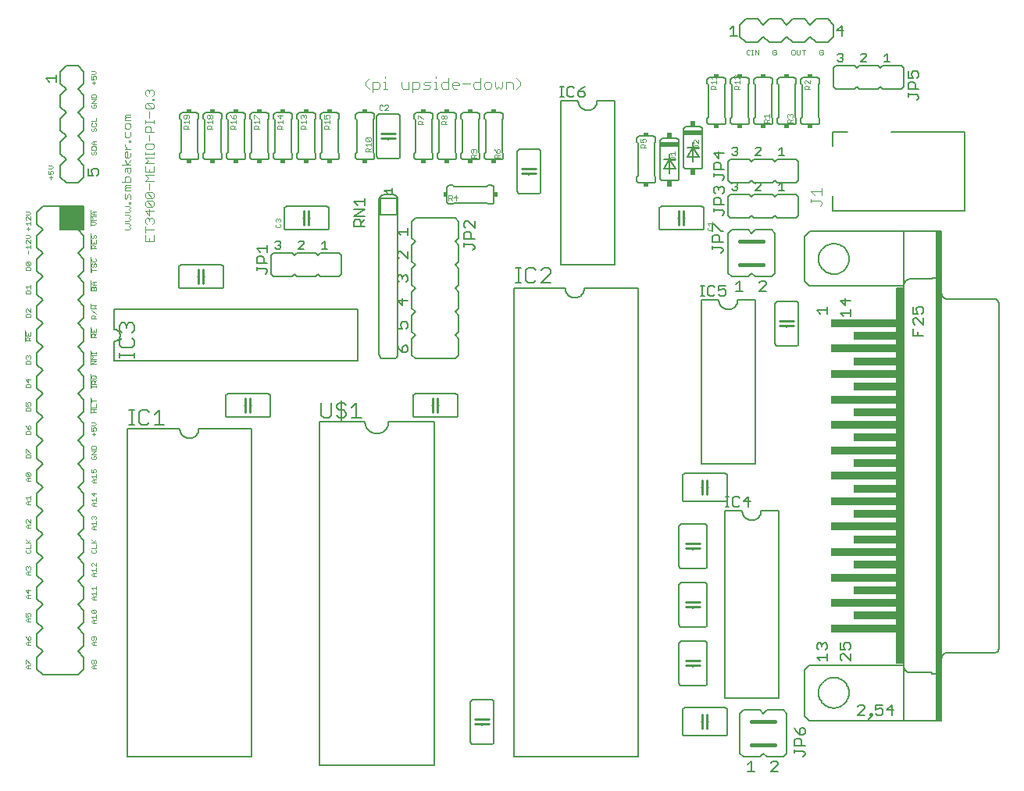
<source format=gto>
G75*
%MOIN*%
%OFA0B0*%
%FSLAX24Y24*%
%IPPOS*%
%LPD*%
%AMOC8*
5,1,8,0,0,1.08239X$1,22.5*
%
%ADD10C,0.0020*%
%ADD11C,0.0160*%
%ADD12C,0.0030*%
%ADD13C,0.0040*%
%ADD14C,0.0060*%
%ADD15C,0.0100*%
%ADD16R,0.0800X0.0200*%
%ADD17R,0.0200X0.0250*%
%ADD18C,0.0070*%
%ADD19C,0.0050*%
%ADD20R,0.0200X0.0150*%
%ADD21R,0.0150X0.0200*%
%ADD22R,0.0300X1.6000*%
%ADD23R,0.0200X2.0900*%
%ADD24R,0.2850X0.0320*%
%ADD25R,0.1850X0.0320*%
%ADD26C,0.0080*%
D10*
X001263Y005448D02*
X001190Y005521D01*
X001263Y005595D01*
X001410Y005595D01*
X001410Y005669D02*
X001373Y005669D01*
X001227Y005816D01*
X001190Y005816D01*
X001190Y005669D01*
X001300Y005595D02*
X001300Y005448D01*
X001263Y005448D02*
X001410Y005448D01*
X001410Y006448D02*
X001263Y006448D01*
X001190Y006521D01*
X001263Y006595D01*
X001410Y006595D01*
X001373Y006669D02*
X001410Y006706D01*
X001410Y006779D01*
X001373Y006816D01*
X001337Y006816D01*
X001300Y006779D01*
X001300Y006669D01*
X001373Y006669D01*
X001300Y006669D02*
X001227Y006742D01*
X001190Y006816D01*
X001300Y006595D02*
X001300Y006448D01*
X001300Y007448D02*
X001300Y007595D01*
X001263Y007595D02*
X001410Y007595D01*
X001373Y007669D02*
X001410Y007706D01*
X001410Y007779D01*
X001373Y007816D01*
X001300Y007816D01*
X001263Y007779D01*
X001263Y007742D01*
X001300Y007669D01*
X001190Y007669D01*
X001190Y007816D01*
X001263Y007595D02*
X001190Y007521D01*
X001263Y007448D01*
X001410Y007448D01*
X001410Y008448D02*
X001263Y008448D01*
X001190Y008521D01*
X001263Y008595D01*
X001410Y008595D01*
X001300Y008595D02*
X001300Y008448D01*
X001300Y008669D02*
X001190Y008779D01*
X001410Y008779D01*
X001300Y008816D02*
X001300Y008669D01*
X001300Y009448D02*
X001300Y009595D01*
X001263Y009595D02*
X001410Y009595D01*
X001373Y009669D02*
X001410Y009706D01*
X001410Y009779D01*
X001373Y009816D01*
X001337Y009816D01*
X001300Y009779D01*
X001300Y009742D01*
X001300Y009779D02*
X001263Y009816D01*
X001227Y009816D01*
X001190Y009779D01*
X001190Y009706D01*
X001227Y009669D01*
X001263Y009595D02*
X001190Y009521D01*
X001263Y009448D01*
X001410Y009448D01*
X001373Y010377D02*
X001227Y010377D01*
X001190Y010414D01*
X001190Y010487D01*
X001227Y010524D01*
X001190Y010598D02*
X001410Y010598D01*
X001410Y010745D01*
X001410Y010819D02*
X001190Y010819D01*
X001300Y010856D02*
X001410Y010966D01*
X001337Y010819D02*
X001190Y010966D01*
X001373Y010524D02*
X001410Y010487D01*
X001410Y010414D01*
X001373Y010377D01*
X001410Y011448D02*
X001263Y011448D01*
X001190Y011521D01*
X001263Y011595D01*
X001410Y011595D01*
X001410Y011669D02*
X001263Y011816D01*
X001227Y011816D01*
X001190Y011779D01*
X001190Y011706D01*
X001227Y011669D01*
X001300Y011595D02*
X001300Y011448D01*
X001410Y011669D02*
X001410Y011816D01*
X001410Y012448D02*
X001263Y012448D01*
X001190Y012521D01*
X001263Y012595D01*
X001410Y012595D01*
X001410Y012669D02*
X001410Y012816D01*
X001410Y012742D02*
X001190Y012742D01*
X001263Y012669D01*
X001300Y012595D02*
X001300Y012448D01*
X001300Y013448D02*
X001300Y013595D01*
X001263Y013595D02*
X001410Y013595D01*
X001373Y013669D02*
X001227Y013816D01*
X001373Y013816D01*
X001410Y013779D01*
X001410Y013706D01*
X001373Y013669D01*
X001227Y013669D01*
X001190Y013706D01*
X001190Y013779D01*
X001227Y013816D01*
X001263Y013595D02*
X001190Y013521D01*
X001263Y013448D01*
X001410Y013448D01*
X001410Y014448D02*
X001190Y014448D01*
X001190Y014558D01*
X001227Y014595D01*
X001373Y014595D01*
X001410Y014558D01*
X001410Y014448D01*
X001410Y014669D02*
X001373Y014669D01*
X001227Y014816D01*
X001190Y014816D01*
X001190Y014669D01*
X001190Y015448D02*
X001190Y015558D01*
X001227Y015595D01*
X001373Y015595D01*
X001410Y015558D01*
X001410Y015448D01*
X001190Y015448D01*
X001300Y015669D02*
X001227Y015742D01*
X001190Y015816D01*
X001300Y015779D02*
X001300Y015669D01*
X001373Y015669D01*
X001410Y015706D01*
X001410Y015779D01*
X001373Y015816D01*
X001337Y015816D01*
X001300Y015779D01*
X001190Y016448D02*
X001410Y016448D01*
X001410Y016558D01*
X001373Y016595D01*
X001227Y016595D01*
X001190Y016558D01*
X001190Y016448D01*
X001190Y016669D02*
X001300Y016669D01*
X001263Y016742D01*
X001263Y016779D01*
X001300Y016816D01*
X001373Y016816D01*
X001410Y016779D01*
X001410Y016706D01*
X001373Y016669D01*
X001190Y016669D02*
X001190Y016816D01*
X001190Y017448D02*
X001190Y017558D01*
X001227Y017595D01*
X001373Y017595D01*
X001410Y017558D01*
X001410Y017448D01*
X001190Y017448D01*
X001300Y017669D02*
X001190Y017779D01*
X001410Y017779D01*
X001300Y017816D02*
X001300Y017669D01*
X001190Y018448D02*
X001410Y018448D01*
X001410Y018558D01*
X001373Y018595D01*
X001227Y018595D01*
X001190Y018558D01*
X001190Y018448D01*
X001227Y018669D02*
X001190Y018706D01*
X001190Y018779D01*
X001227Y018816D01*
X001263Y018816D01*
X001300Y018779D01*
X001337Y018816D01*
X001373Y018816D01*
X001410Y018779D01*
X001410Y018706D01*
X001373Y018669D01*
X001300Y018742D02*
X001300Y018779D01*
X001337Y019448D02*
X001337Y019558D01*
X001300Y019595D01*
X001227Y019595D01*
X001190Y019558D01*
X001190Y019448D01*
X001410Y019448D01*
X001337Y019521D02*
X001410Y019595D01*
X001410Y019669D02*
X001190Y019669D01*
X001190Y019816D01*
X001150Y019880D02*
X001150Y019438D01*
X001300Y019669D02*
X001300Y019742D01*
X001410Y019669D02*
X001410Y019816D01*
X001410Y020448D02*
X001190Y020448D01*
X001190Y020558D01*
X001227Y020595D01*
X001373Y020595D01*
X001410Y020558D01*
X001410Y020448D01*
X001410Y020669D02*
X001263Y020816D01*
X001227Y020816D01*
X001190Y020779D01*
X001190Y020706D01*
X001227Y020669D01*
X001410Y020669D02*
X001410Y020816D01*
X001410Y021448D02*
X001190Y021448D01*
X001190Y021558D01*
X001227Y021595D01*
X001373Y021595D01*
X001410Y021558D01*
X001410Y021448D01*
X001410Y021669D02*
X001410Y021816D01*
X001410Y021742D02*
X001190Y021742D01*
X001263Y021669D01*
X001190Y022448D02*
X001190Y022558D01*
X001227Y022595D01*
X001373Y022595D01*
X001410Y022558D01*
X001410Y022448D01*
X001190Y022448D01*
X001227Y022669D02*
X001190Y022706D01*
X001190Y022779D01*
X001227Y022816D01*
X001373Y022669D01*
X001410Y022706D01*
X001410Y022779D01*
X001373Y022816D01*
X001227Y022816D01*
X001227Y022669D02*
X001373Y022669D01*
X001300Y023156D02*
X001300Y023303D01*
X001263Y023377D02*
X001190Y023450D01*
X001410Y023450D01*
X001410Y023377D02*
X001410Y023524D01*
X001410Y023598D02*
X001263Y023745D01*
X001227Y023745D01*
X001190Y023708D01*
X001190Y023635D01*
X001227Y023598D01*
X001410Y023598D02*
X001410Y023745D01*
X001337Y023819D02*
X001410Y023892D01*
X001337Y023966D01*
X001190Y023966D01*
X001190Y023819D02*
X001337Y023819D01*
X001300Y024156D02*
X001300Y024303D01*
X001263Y024377D02*
X001190Y024450D01*
X001410Y024450D01*
X001410Y024377D02*
X001410Y024524D01*
X001410Y024598D02*
X001263Y024745D01*
X001227Y024745D01*
X001190Y024708D01*
X001190Y024635D01*
X001227Y024598D01*
X001410Y024598D02*
X001410Y024745D01*
X001337Y024819D02*
X001410Y024892D01*
X001337Y024966D01*
X001190Y024966D01*
X001190Y024819D02*
X001337Y024819D01*
X001373Y024229D02*
X001227Y024229D01*
X002260Y026340D02*
X002260Y026487D01*
X002260Y026561D02*
X002223Y026634D01*
X002223Y026671D01*
X002260Y026708D01*
X002333Y026708D01*
X002370Y026671D01*
X002370Y026598D01*
X002333Y026561D01*
X002260Y026561D02*
X002150Y026561D01*
X002150Y026708D01*
X002150Y026782D02*
X002297Y026782D01*
X002370Y026855D01*
X002297Y026929D01*
X002150Y026929D01*
X002187Y026413D02*
X002333Y026413D01*
X003990Y027414D02*
X004027Y027377D01*
X004063Y027377D01*
X004100Y027414D01*
X004100Y027487D01*
X004137Y027524D01*
X004173Y027524D01*
X004210Y027487D01*
X004210Y027414D01*
X004173Y027377D01*
X003990Y027414D02*
X003990Y027487D01*
X004027Y027524D01*
X003990Y027598D02*
X003990Y027708D01*
X004027Y027745D01*
X004173Y027745D01*
X004210Y027708D01*
X004210Y027598D01*
X003990Y027598D01*
X004063Y027819D02*
X003990Y027892D01*
X004063Y027966D01*
X004210Y027966D01*
X004100Y027966D02*
X004100Y027819D01*
X004063Y027819D02*
X004210Y027819D01*
X004173Y028377D02*
X004210Y028414D01*
X004210Y028487D01*
X004173Y028524D01*
X004137Y028524D01*
X004100Y028487D01*
X004100Y028414D01*
X004063Y028377D01*
X004027Y028377D01*
X003990Y028414D01*
X003990Y028487D01*
X004027Y028524D01*
X004027Y028598D02*
X004173Y028598D01*
X004210Y028635D01*
X004210Y028708D01*
X004173Y028745D01*
X004210Y028819D02*
X004210Y028966D01*
X004210Y028819D02*
X003990Y028819D01*
X004027Y028745D02*
X003990Y028708D01*
X003990Y028635D01*
X004027Y028598D01*
X004027Y029377D02*
X004173Y029377D01*
X004210Y029414D01*
X004210Y029487D01*
X004173Y029524D01*
X004100Y029524D01*
X004100Y029450D01*
X004027Y029377D02*
X003990Y029414D01*
X003990Y029487D01*
X004027Y029524D01*
X003990Y029598D02*
X004210Y029745D01*
X003990Y029745D01*
X003990Y029819D02*
X003990Y029929D01*
X004027Y029966D01*
X004173Y029966D01*
X004210Y029929D01*
X004210Y029819D01*
X003990Y029819D01*
X003990Y029598D02*
X004210Y029598D01*
X004100Y030377D02*
X004100Y030524D01*
X004100Y030598D02*
X004063Y030671D01*
X004063Y030708D01*
X004100Y030745D01*
X004173Y030745D01*
X004210Y030708D01*
X004210Y030635D01*
X004173Y030598D01*
X004100Y030598D02*
X003990Y030598D01*
X003990Y030745D01*
X003990Y030819D02*
X004137Y030819D01*
X004210Y030892D01*
X004137Y030966D01*
X003990Y030966D01*
X004027Y030450D02*
X004173Y030450D01*
X007940Y029042D02*
X007940Y028969D01*
X007977Y028932D01*
X008013Y028932D01*
X008050Y028969D01*
X008050Y029079D01*
X008123Y029079D02*
X007977Y029079D01*
X007940Y029042D01*
X008123Y029079D02*
X008160Y029042D01*
X008160Y028969D01*
X008123Y028932D01*
X008160Y028858D02*
X008160Y028711D01*
X008160Y028784D02*
X007940Y028784D01*
X008013Y028711D01*
X007977Y028637D02*
X008050Y028637D01*
X008087Y028600D01*
X008087Y028490D01*
X008160Y028490D02*
X007940Y028490D01*
X007940Y028600D01*
X007977Y028637D01*
X008087Y028563D02*
X008160Y028637D01*
X008940Y028600D02*
X008977Y028637D01*
X009050Y028637D01*
X009087Y028600D01*
X009087Y028490D01*
X009160Y028490D02*
X008940Y028490D01*
X008940Y028600D01*
X009013Y028711D02*
X008940Y028784D01*
X009160Y028784D01*
X009160Y028711D02*
X009160Y028858D01*
X009123Y028932D02*
X009087Y028932D01*
X009050Y028969D01*
X009050Y029042D01*
X009087Y029079D01*
X009123Y029079D01*
X009160Y029042D01*
X009160Y028969D01*
X009123Y028932D01*
X009050Y028969D02*
X009013Y028932D01*
X008977Y028932D01*
X008940Y028969D01*
X008940Y029042D01*
X008977Y029079D01*
X009013Y029079D01*
X009050Y029042D01*
X009160Y028637D02*
X009087Y028563D01*
X009940Y028600D02*
X009977Y028637D01*
X010050Y028637D01*
X010087Y028600D01*
X010087Y028490D01*
X010160Y028490D02*
X009940Y028490D01*
X009940Y028600D01*
X010013Y028711D02*
X009940Y028784D01*
X010160Y028784D01*
X010160Y028711D02*
X010160Y028858D01*
X010123Y028932D02*
X010160Y028969D01*
X010160Y029042D01*
X010123Y029079D01*
X010087Y029079D01*
X010050Y029042D01*
X010050Y028932D01*
X010123Y028932D01*
X010050Y028932D02*
X009977Y029005D01*
X009940Y029079D01*
X010160Y028637D02*
X010087Y028563D01*
X010940Y028600D02*
X010977Y028637D01*
X011050Y028637D01*
X011087Y028600D01*
X011087Y028490D01*
X011160Y028490D02*
X010940Y028490D01*
X010940Y028600D01*
X011013Y028711D02*
X010940Y028784D01*
X011160Y028784D01*
X011160Y028711D02*
X011160Y028858D01*
X011160Y028932D02*
X011123Y028932D01*
X010977Y029079D01*
X010940Y029079D01*
X010940Y028932D01*
X011160Y028637D02*
X011087Y028563D01*
X011940Y028600D02*
X011977Y028637D01*
X012050Y028637D01*
X012087Y028600D01*
X012087Y028490D01*
X012160Y028490D02*
X011940Y028490D01*
X011940Y028600D01*
X012013Y028711D02*
X011940Y028784D01*
X012160Y028784D01*
X012160Y028711D02*
X012160Y028858D01*
X012050Y028932D02*
X012050Y029079D01*
X012160Y029042D02*
X011940Y029042D01*
X012050Y028932D01*
X012160Y028637D02*
X012087Y028563D01*
X012940Y028600D02*
X012977Y028637D01*
X013050Y028637D01*
X013087Y028600D01*
X013087Y028490D01*
X013160Y028490D02*
X012940Y028490D01*
X012940Y028600D01*
X013013Y028711D02*
X012940Y028784D01*
X013160Y028784D01*
X013160Y028711D02*
X013160Y028858D01*
X013123Y028932D02*
X013160Y028969D01*
X013160Y029042D01*
X013123Y029079D01*
X013087Y029079D01*
X013050Y029042D01*
X013050Y029005D01*
X013050Y029042D02*
X013013Y029079D01*
X012977Y029079D01*
X012940Y029042D01*
X012940Y028969D01*
X012977Y028932D01*
X013160Y028637D02*
X013087Y028563D01*
X013940Y028600D02*
X013977Y028637D01*
X014050Y028637D01*
X014087Y028600D01*
X014087Y028490D01*
X014160Y028490D02*
X013940Y028490D01*
X013940Y028600D01*
X014013Y028711D02*
X013940Y028784D01*
X014160Y028784D01*
X014160Y028711D02*
X014160Y028858D01*
X014123Y028932D02*
X014160Y028969D01*
X014160Y029042D01*
X014123Y029079D01*
X014050Y029079D01*
X014013Y029042D01*
X014013Y029005D01*
X014050Y028932D01*
X013940Y028932D01*
X013940Y029079D01*
X014160Y028637D02*
X014087Y028563D01*
X015700Y028079D02*
X015737Y028116D01*
X015883Y027969D01*
X015920Y028006D01*
X015920Y028079D01*
X015883Y028116D01*
X015737Y028116D01*
X015700Y028079D02*
X015700Y028006D01*
X015737Y027969D01*
X015883Y027969D01*
X015920Y027895D02*
X015920Y027748D01*
X015920Y027821D02*
X015700Y027821D01*
X015773Y027748D01*
X015737Y027674D02*
X015810Y027674D01*
X015847Y027637D01*
X015847Y027527D01*
X015920Y027527D02*
X015700Y027527D01*
X015700Y027637D01*
X015737Y027674D01*
X015847Y027600D02*
X015920Y027674D01*
X017940Y028690D02*
X017940Y028800D01*
X017977Y028837D01*
X018050Y028837D01*
X018087Y028800D01*
X018087Y028690D01*
X018160Y028690D02*
X017940Y028690D01*
X018087Y028763D02*
X018160Y028837D01*
X018160Y028911D02*
X018123Y028911D01*
X017977Y029058D01*
X017940Y029058D01*
X017940Y028911D01*
X018940Y028948D02*
X018940Y029021D01*
X018977Y029058D01*
X019013Y029058D01*
X019050Y029021D01*
X019050Y028948D01*
X019013Y028911D01*
X018977Y028911D01*
X018940Y028948D01*
X019050Y028948D02*
X019087Y028911D01*
X019123Y028911D01*
X019160Y028948D01*
X019160Y029021D01*
X019123Y029058D01*
X019087Y029058D01*
X019050Y029021D01*
X019050Y028837D02*
X019087Y028800D01*
X019087Y028690D01*
X019160Y028690D02*
X018940Y028690D01*
X018940Y028800D01*
X018977Y028837D01*
X019050Y028837D01*
X019087Y028763D02*
X019160Y028837D01*
X020237Y027616D02*
X020200Y027579D01*
X020200Y027506D01*
X020237Y027469D01*
X020273Y027469D01*
X020310Y027506D01*
X020310Y027616D01*
X020383Y027616D02*
X020237Y027616D01*
X020383Y027616D02*
X020420Y027579D01*
X020420Y027506D01*
X020383Y027469D01*
X020420Y027395D02*
X020347Y027321D01*
X020347Y027358D02*
X020347Y027248D01*
X020420Y027248D02*
X020200Y027248D01*
X020200Y027358D01*
X020237Y027395D01*
X020310Y027395D01*
X020347Y027358D01*
X021200Y027358D02*
X021237Y027395D01*
X021310Y027395D01*
X021347Y027358D01*
X021347Y027248D01*
X021420Y027248D02*
X021200Y027248D01*
X021200Y027358D01*
X021347Y027321D02*
X021420Y027395D01*
X021383Y027469D02*
X021420Y027506D01*
X021420Y027579D01*
X021383Y027616D01*
X021347Y027616D01*
X021310Y027579D01*
X021310Y027469D01*
X021383Y027469D01*
X021310Y027469D02*
X021237Y027542D01*
X021200Y027616D01*
X019579Y025660D02*
X019469Y025550D01*
X019616Y025550D01*
X019579Y025440D02*
X019579Y025660D01*
X019395Y025623D02*
X019395Y025550D01*
X019358Y025513D01*
X019248Y025513D01*
X019248Y025440D02*
X019248Y025660D01*
X019358Y025660D01*
X019395Y025623D01*
X019321Y025513D02*
X019395Y025440D01*
X016658Y029290D02*
X016511Y029290D01*
X016658Y029437D01*
X016658Y029473D01*
X016621Y029510D01*
X016548Y029510D01*
X016511Y029473D01*
X016437Y029473D02*
X016400Y029510D01*
X016327Y029510D01*
X016290Y029473D01*
X016290Y029327D01*
X016327Y029290D01*
X016400Y029290D01*
X016437Y029327D01*
X012033Y024658D02*
X011997Y024658D01*
X011960Y024621D01*
X011960Y024584D01*
X011960Y024621D02*
X011923Y024658D01*
X011887Y024658D01*
X011850Y024621D01*
X011850Y024548D01*
X011887Y024511D01*
X011887Y024437D02*
X011850Y024400D01*
X011850Y024327D01*
X011887Y024290D01*
X012033Y024290D01*
X012070Y024327D01*
X012070Y024400D01*
X012033Y024437D01*
X012033Y024511D02*
X012070Y024548D01*
X012070Y024621D01*
X012033Y024658D01*
X004210Y024598D02*
X003990Y024598D01*
X004063Y024671D01*
X003990Y024745D01*
X004210Y024745D01*
X004210Y024819D02*
X004063Y024819D01*
X003990Y024892D01*
X004063Y024966D01*
X004210Y024966D01*
X004100Y024966D02*
X004100Y024819D01*
X003950Y025030D02*
X003950Y024367D01*
X003990Y024377D02*
X004137Y024377D01*
X004210Y024450D01*
X004137Y024524D01*
X003990Y024524D01*
X003950Y024030D02*
X003950Y023367D01*
X003990Y023377D02*
X003990Y023487D01*
X004027Y023524D01*
X004100Y023524D01*
X004137Y023487D01*
X004137Y023377D01*
X004210Y023377D02*
X003990Y023377D01*
X004137Y023450D02*
X004210Y023524D01*
X004210Y023598D02*
X004210Y023745D01*
X004173Y023819D02*
X004210Y023856D01*
X004210Y023929D01*
X004173Y023966D01*
X004137Y023966D01*
X004100Y023929D01*
X004100Y023856D01*
X004063Y023819D01*
X004027Y023819D01*
X003990Y023856D01*
X003990Y023929D01*
X004027Y023966D01*
X003990Y023745D02*
X003990Y023598D01*
X004210Y023598D01*
X004100Y023598D02*
X004100Y023671D01*
X003950Y023030D02*
X003950Y022367D01*
X003990Y022377D02*
X003990Y022524D01*
X003990Y022450D02*
X004210Y022450D01*
X004173Y022598D02*
X004210Y022635D01*
X004210Y022708D01*
X004173Y022745D01*
X004137Y022745D01*
X004100Y022708D01*
X004100Y022635D01*
X004063Y022598D01*
X004027Y022598D01*
X003990Y022635D01*
X003990Y022708D01*
X004027Y022745D01*
X004027Y022819D02*
X004173Y022819D01*
X004210Y022856D01*
X004210Y022929D01*
X004173Y022966D01*
X004027Y022966D02*
X003990Y022929D01*
X003990Y022856D01*
X004027Y022819D01*
X003950Y022030D02*
X003950Y021588D01*
X003990Y021598D02*
X003990Y021708D01*
X004027Y021745D01*
X004063Y021745D01*
X004100Y021708D01*
X004100Y021598D01*
X004210Y021598D02*
X004210Y021708D01*
X004173Y021745D01*
X004137Y021745D01*
X004100Y021708D01*
X004100Y021819D02*
X004100Y021966D01*
X004063Y021966D02*
X004210Y021966D01*
X004063Y021966D02*
X003990Y021892D01*
X004063Y021819D01*
X004210Y021819D01*
X004210Y021598D02*
X003990Y021598D01*
X003950Y021030D02*
X003950Y020809D01*
X003990Y020819D02*
X004210Y020819D01*
X004137Y020892D01*
X004210Y020966D01*
X003990Y020966D01*
X003990Y020745D02*
X004210Y020598D01*
X004210Y020524D02*
X004137Y020450D01*
X004137Y020487D02*
X004137Y020377D01*
X004210Y020377D02*
X003990Y020377D01*
X003990Y020487D01*
X004027Y020524D01*
X004100Y020524D01*
X004137Y020487D01*
X003950Y020030D02*
X003950Y019588D01*
X003990Y019598D02*
X003990Y019708D01*
X004027Y019745D01*
X004100Y019745D01*
X004137Y019708D01*
X004137Y019598D01*
X004210Y019598D02*
X003990Y019598D01*
X004137Y019671D02*
X004210Y019745D01*
X004210Y019819D02*
X004210Y019966D01*
X004100Y019892D02*
X004100Y019819D01*
X003990Y019819D02*
X004210Y019819D01*
X003990Y019819D02*
X003990Y019966D01*
X003950Y019030D02*
X003950Y018441D01*
X003990Y018451D02*
X004210Y018597D01*
X003990Y018597D01*
X003990Y018672D02*
X004063Y018745D01*
X003990Y018818D01*
X004210Y018818D01*
X004210Y018893D02*
X004210Y018966D01*
X004210Y018929D02*
X003990Y018929D01*
X003990Y018893D02*
X003990Y018966D01*
X003990Y018672D02*
X004210Y018672D01*
X004210Y018451D02*
X003990Y018451D01*
X003950Y018030D02*
X003950Y017441D01*
X003990Y017451D02*
X003990Y017524D01*
X003990Y017487D02*
X004210Y017487D01*
X004210Y017451D02*
X004210Y017524D01*
X004210Y017598D02*
X003990Y017598D01*
X003990Y017708D01*
X004027Y017745D01*
X004100Y017745D01*
X004137Y017708D01*
X004137Y017598D01*
X004137Y017671D02*
X004210Y017745D01*
X004173Y017819D02*
X004210Y017856D01*
X004210Y017929D01*
X004173Y017966D01*
X004027Y017966D01*
X003990Y017929D01*
X003990Y017856D01*
X004027Y017819D01*
X004173Y017819D01*
X004137Y017892D02*
X004210Y017966D01*
X003950Y017030D02*
X003950Y016367D01*
X003990Y016377D02*
X004210Y016377D01*
X004100Y016377D02*
X004100Y016524D01*
X003990Y016524D02*
X004210Y016524D01*
X004210Y016598D02*
X004210Y016745D01*
X004210Y016598D02*
X003990Y016598D01*
X003990Y016819D02*
X003990Y016966D01*
X003990Y016892D02*
X004210Y016892D01*
X004137Y015966D02*
X003990Y015966D01*
X004137Y015966D02*
X004210Y015892D01*
X004137Y015819D01*
X003990Y015819D01*
X003990Y015745D02*
X003990Y015598D01*
X004100Y015598D01*
X004063Y015671D01*
X004063Y015708D01*
X004100Y015745D01*
X004173Y015745D01*
X004210Y015708D01*
X004210Y015635D01*
X004173Y015598D01*
X004100Y015524D02*
X004100Y015377D01*
X004027Y015450D02*
X004173Y015450D01*
X004173Y014966D02*
X004027Y014966D01*
X003990Y014929D01*
X003990Y014819D01*
X004210Y014819D01*
X004210Y014929D01*
X004173Y014966D01*
X004210Y014745D02*
X003990Y014745D01*
X003990Y014598D02*
X004210Y014745D01*
X004210Y014598D02*
X003990Y014598D01*
X004027Y014524D02*
X003990Y014487D01*
X003990Y014414D01*
X004027Y014377D01*
X004173Y014377D01*
X004210Y014414D01*
X004210Y014487D01*
X004173Y014524D01*
X004100Y014524D01*
X004100Y014450D01*
X004100Y013966D02*
X004173Y013966D01*
X004210Y013929D01*
X004210Y013856D01*
X004173Y013819D01*
X004100Y013819D02*
X004063Y013892D01*
X004063Y013929D01*
X004100Y013966D01*
X003990Y013966D02*
X003990Y013819D01*
X004100Y013819D01*
X004210Y013745D02*
X004210Y013598D01*
X004210Y013671D02*
X003990Y013671D01*
X004063Y013598D01*
X004063Y013524D02*
X004210Y013524D01*
X004100Y013524D02*
X004100Y013377D01*
X004063Y013377D02*
X003990Y013450D01*
X004063Y013524D01*
X004063Y013377D02*
X004210Y013377D01*
X004100Y012966D02*
X004100Y012819D01*
X003990Y012929D01*
X004210Y012929D01*
X004210Y012745D02*
X004210Y012598D01*
X004210Y012671D02*
X003990Y012671D01*
X004063Y012598D01*
X004063Y012524D02*
X004210Y012524D01*
X004100Y012524D02*
X004100Y012377D01*
X004063Y012377D02*
X003990Y012450D01*
X004063Y012524D01*
X004063Y012377D02*
X004210Y012377D01*
X004173Y011966D02*
X004210Y011929D01*
X004210Y011856D01*
X004173Y011819D01*
X004210Y011745D02*
X004210Y011598D01*
X004210Y011671D02*
X003990Y011671D01*
X004063Y011598D01*
X004063Y011524D02*
X004210Y011524D01*
X004100Y011524D02*
X004100Y011377D01*
X004063Y011377D02*
X003990Y011450D01*
X004063Y011524D01*
X004063Y011377D02*
X004210Y011377D01*
X004210Y010966D02*
X004100Y010856D01*
X004137Y010819D02*
X003990Y010966D01*
X003990Y010819D02*
X004210Y010819D01*
X004210Y010745D02*
X004210Y010598D01*
X003990Y010598D01*
X004027Y010524D02*
X003990Y010487D01*
X003990Y010414D01*
X004027Y010377D01*
X004173Y010377D01*
X004210Y010414D01*
X004210Y010487D01*
X004173Y010524D01*
X004210Y009966D02*
X004210Y009819D01*
X004063Y009966D01*
X004027Y009966D01*
X003990Y009929D01*
X003990Y009856D01*
X004027Y009819D01*
X003990Y009671D02*
X004210Y009671D01*
X004210Y009598D02*
X004210Y009745D01*
X004063Y009598D02*
X003990Y009671D01*
X004063Y009524D02*
X004210Y009524D01*
X004100Y009524D02*
X004100Y009377D01*
X004063Y009377D02*
X003990Y009450D01*
X004063Y009524D01*
X004063Y009377D02*
X004210Y009377D01*
X004210Y008966D02*
X004210Y008819D01*
X004210Y008892D02*
X003990Y008892D01*
X004063Y008819D01*
X004210Y008745D02*
X004210Y008598D01*
X004210Y008671D02*
X003990Y008671D01*
X004063Y008598D01*
X004063Y008524D02*
X004210Y008524D01*
X004100Y008524D02*
X004100Y008377D01*
X004063Y008377D02*
X003990Y008450D01*
X004063Y008524D01*
X004063Y008377D02*
X004210Y008377D01*
X004173Y007966D02*
X004210Y007929D01*
X004210Y007856D01*
X004173Y007819D01*
X004027Y007966D01*
X004173Y007966D01*
X004027Y007966D02*
X003990Y007929D01*
X003990Y007856D01*
X004027Y007819D01*
X004173Y007819D01*
X004210Y007745D02*
X004210Y007598D01*
X004210Y007671D02*
X003990Y007671D01*
X004063Y007598D01*
X004063Y007524D02*
X004210Y007524D01*
X004100Y007524D02*
X004100Y007377D01*
X004063Y007377D02*
X003990Y007450D01*
X004063Y007524D01*
X004063Y007377D02*
X004210Y007377D01*
X004173Y006816D02*
X004027Y006816D01*
X003990Y006779D01*
X003990Y006706D01*
X004027Y006669D01*
X004063Y006669D01*
X004100Y006706D01*
X004100Y006816D01*
X004173Y006816D02*
X004210Y006779D01*
X004210Y006706D01*
X004173Y006669D01*
X004210Y006595D02*
X004063Y006595D01*
X003990Y006521D01*
X004063Y006448D01*
X004210Y006448D01*
X004100Y006448D02*
X004100Y006595D01*
X004137Y005816D02*
X004173Y005816D01*
X004210Y005779D01*
X004210Y005706D01*
X004173Y005669D01*
X004137Y005669D01*
X004100Y005706D01*
X004100Y005779D01*
X004137Y005816D01*
X004100Y005779D02*
X004063Y005816D01*
X004027Y005816D01*
X003990Y005779D01*
X003990Y005706D01*
X004027Y005669D01*
X004063Y005669D01*
X004100Y005706D01*
X004100Y005595D02*
X004100Y005448D01*
X004063Y005448D02*
X003990Y005521D01*
X004063Y005595D01*
X004210Y005595D01*
X004210Y005448D02*
X004063Y005448D01*
X004027Y011819D02*
X003990Y011856D01*
X003990Y011929D01*
X004027Y011966D01*
X004063Y011966D01*
X004100Y011929D01*
X004137Y011966D01*
X004173Y011966D01*
X004100Y011929D02*
X004100Y011892D01*
X027440Y027690D02*
X027440Y027800D01*
X027477Y027837D01*
X027550Y027837D01*
X027587Y027800D01*
X027587Y027690D01*
X027660Y027690D02*
X027440Y027690D01*
X027587Y027763D02*
X027660Y027837D01*
X027623Y027911D02*
X027660Y027948D01*
X027660Y028021D01*
X027623Y028058D01*
X027550Y028058D01*
X027513Y028021D01*
X027513Y027984D01*
X027550Y027911D01*
X027440Y027911D01*
X027440Y028058D01*
X028690Y027442D02*
X028910Y027442D01*
X028910Y027369D02*
X028910Y027516D01*
X028763Y027369D02*
X028690Y027442D01*
X028727Y027295D02*
X028690Y027258D01*
X028690Y027148D01*
X028910Y027148D01*
X028910Y027258D01*
X028873Y027295D01*
X028727Y027295D01*
X029690Y027648D02*
X029690Y027758D01*
X029727Y027795D01*
X029873Y027795D01*
X029910Y027758D01*
X029910Y027648D01*
X029690Y027648D01*
X029727Y027869D02*
X029690Y027906D01*
X029690Y027979D01*
X029727Y028016D01*
X029763Y028016D01*
X029910Y027869D01*
X029910Y028016D01*
X030440Y030190D02*
X030440Y030300D01*
X030477Y030337D01*
X030550Y030337D01*
X030587Y030300D01*
X030587Y030190D01*
X030660Y030190D02*
X030440Y030190D01*
X030587Y030263D02*
X030660Y030337D01*
X030660Y030411D02*
X030660Y030558D01*
X030660Y030484D02*
X030440Y030484D01*
X030513Y030411D01*
X030513Y030632D02*
X030440Y030705D01*
X030660Y030705D01*
X030660Y030632D02*
X030660Y030779D01*
X031440Y030742D02*
X031440Y030669D01*
X031477Y030632D01*
X031440Y030742D02*
X031477Y030779D01*
X031513Y030779D01*
X031660Y030632D01*
X031660Y030779D01*
X031660Y030558D02*
X031660Y030411D01*
X031660Y030484D02*
X031440Y030484D01*
X031513Y030411D01*
X031477Y030337D02*
X031550Y030337D01*
X031587Y030300D01*
X031587Y030190D01*
X031660Y030190D02*
X031440Y030190D01*
X031440Y030300D01*
X031477Y030337D01*
X031587Y030263D02*
X031660Y030337D01*
X031987Y031650D02*
X032061Y031650D01*
X032097Y031687D01*
X032172Y031650D02*
X032245Y031650D01*
X032208Y031650D02*
X032208Y031870D01*
X032172Y031870D02*
X032245Y031870D01*
X032319Y031870D02*
X032466Y031650D01*
X032466Y031870D01*
X032319Y031870D02*
X032319Y031650D01*
X032097Y031833D02*
X032061Y031870D01*
X031987Y031870D01*
X031951Y031833D01*
X031951Y031687D01*
X031987Y031650D01*
X033069Y031687D02*
X033106Y031650D01*
X033179Y031650D01*
X033216Y031687D01*
X033216Y031760D01*
X033142Y031760D01*
X033069Y031833D02*
X033069Y031687D01*
X033069Y031833D02*
X033106Y031870D01*
X033179Y031870D01*
X033216Y031833D01*
X033877Y031833D02*
X033877Y031687D01*
X033914Y031650D01*
X033987Y031650D01*
X034024Y031687D01*
X034024Y031833D01*
X033987Y031870D01*
X033914Y031870D01*
X033877Y031833D01*
X034098Y031870D02*
X034098Y031687D01*
X034135Y031650D01*
X034208Y031650D01*
X034245Y031687D01*
X034245Y031870D01*
X034319Y031870D02*
X034466Y031870D01*
X034392Y031870D02*
X034392Y031650D01*
X035069Y031687D02*
X035069Y031833D01*
X035106Y031870D01*
X035179Y031870D01*
X035216Y031833D01*
X035216Y031760D02*
X035142Y031760D01*
X035216Y031760D02*
X035216Y031687D01*
X035179Y031650D01*
X035106Y031650D01*
X035069Y031687D01*
X034660Y030558D02*
X034660Y030411D01*
X034513Y030558D01*
X034477Y030558D01*
X034440Y030521D01*
X034440Y030448D01*
X034477Y030411D01*
X034477Y030337D02*
X034550Y030337D01*
X034587Y030300D01*
X034587Y030190D01*
X034660Y030190D02*
X034440Y030190D01*
X034440Y030300D01*
X034477Y030337D01*
X034587Y030263D02*
X034660Y030337D01*
X033883Y029116D02*
X033847Y029116D01*
X033810Y029079D01*
X033810Y029042D01*
X033810Y029079D02*
X033773Y029116D01*
X033737Y029116D01*
X033700Y029079D01*
X033700Y029006D01*
X033737Y028969D01*
X033737Y028895D02*
X033810Y028895D01*
X033847Y028858D01*
X033847Y028748D01*
X033920Y028748D02*
X033700Y028748D01*
X033700Y028858D01*
X033737Y028895D01*
X033847Y028821D02*
X033920Y028895D01*
X033883Y028969D02*
X033920Y029006D01*
X033920Y029079D01*
X033883Y029116D01*
X032920Y029116D02*
X032920Y028969D01*
X032920Y029042D02*
X032700Y029042D01*
X032773Y028969D01*
X032737Y028895D02*
X032810Y028895D01*
X032847Y028858D01*
X032847Y028748D01*
X032920Y028748D02*
X032700Y028748D01*
X032700Y028858D01*
X032737Y028895D01*
X032847Y028821D02*
X032920Y028895D01*
X030510Y024516D02*
X030510Y024369D01*
X030510Y024442D02*
X030290Y024442D01*
X030363Y024369D01*
X030327Y024295D02*
X030290Y024258D01*
X030290Y024185D01*
X030327Y024148D01*
X030473Y024148D01*
X030510Y024185D01*
X030510Y024258D01*
X030473Y024295D01*
D11*
X031680Y023680D02*
X032680Y023680D01*
X032680Y022680D02*
X031680Y022680D01*
X032180Y003180D02*
X033180Y003180D01*
X033180Y002180D02*
X032180Y002180D01*
D12*
X006665Y023695D02*
X006295Y023695D01*
X006295Y023942D01*
X006295Y024063D02*
X006295Y024310D01*
X006295Y024187D02*
X006665Y024187D01*
X006665Y023942D02*
X006665Y023695D01*
X006480Y023695D02*
X006480Y023818D01*
X006603Y024432D02*
X006665Y024493D01*
X006665Y024617D01*
X006603Y024679D01*
X006542Y024679D01*
X006480Y024617D01*
X006480Y024555D01*
X006480Y024617D02*
X006418Y024679D01*
X006356Y024679D01*
X006295Y024617D01*
X006295Y024493D01*
X006356Y024432D01*
X006480Y024800D02*
X006295Y024985D01*
X006665Y024985D01*
X006603Y025168D02*
X006356Y025168D01*
X006295Y025230D01*
X006295Y025353D01*
X006356Y025415D01*
X006603Y025168D01*
X006665Y025230D01*
X006665Y025353D01*
X006603Y025415D01*
X006356Y025415D01*
X006356Y025537D02*
X006295Y025598D01*
X006295Y025722D01*
X006356Y025783D01*
X006603Y025537D01*
X006665Y025598D01*
X006665Y025722D01*
X006603Y025783D01*
X006356Y025783D01*
X006480Y025905D02*
X006480Y026152D01*
X006665Y026273D02*
X006295Y026273D01*
X006418Y026397D01*
X006295Y026520D01*
X006665Y026520D01*
X006665Y026642D02*
X006665Y026888D01*
X006665Y027010D02*
X006295Y027010D01*
X006418Y027133D01*
X006295Y027257D01*
X006665Y027257D01*
X006665Y027378D02*
X006665Y027502D01*
X006665Y027440D02*
X006295Y027440D01*
X006295Y027378D02*
X006295Y027502D01*
X006356Y027624D02*
X006603Y027624D01*
X006665Y027685D01*
X006665Y027809D01*
X006603Y027871D01*
X006356Y027871D01*
X006295Y027809D01*
X006295Y027685D01*
X006356Y027624D01*
X006480Y027992D02*
X006480Y028239D01*
X006542Y028360D02*
X006542Y028545D01*
X006480Y028607D01*
X006356Y028607D01*
X006295Y028545D01*
X006295Y028360D01*
X006665Y028360D01*
X006665Y028729D02*
X006665Y028852D01*
X006665Y028790D02*
X006295Y028790D01*
X006295Y028729D02*
X006295Y028852D01*
X006480Y028974D02*
X006480Y029221D01*
X006603Y029342D02*
X006356Y029589D01*
X006603Y029589D01*
X006665Y029528D01*
X006665Y029404D01*
X006603Y029342D01*
X006356Y029342D01*
X006295Y029404D01*
X006295Y029528D01*
X006356Y029589D01*
X006603Y029711D02*
X006603Y029773D01*
X006665Y029773D01*
X006665Y029711D01*
X006603Y029711D01*
X006603Y029895D02*
X006665Y029957D01*
X006665Y030080D01*
X006603Y030142D01*
X006542Y030142D01*
X006480Y030080D01*
X006480Y030018D01*
X006480Y030080D02*
X006418Y030142D01*
X006356Y030142D01*
X006295Y030080D01*
X006295Y029957D01*
X006356Y029895D01*
X005665Y029107D02*
X005480Y029107D01*
X005418Y029045D01*
X005480Y028984D01*
X005665Y028984D01*
X005665Y028860D02*
X005418Y028860D01*
X005418Y028922D01*
X005480Y028984D01*
X005480Y028739D02*
X005418Y028677D01*
X005418Y028554D01*
X005480Y028492D01*
X005603Y028492D01*
X005665Y028554D01*
X005665Y028677D01*
X005603Y028739D01*
X005480Y028739D01*
X005418Y028371D02*
X005418Y028185D01*
X005480Y028124D01*
X005603Y028124D01*
X005665Y028185D01*
X005665Y028371D01*
X005665Y028001D02*
X005665Y027940D01*
X005603Y027940D01*
X005603Y028001D01*
X005665Y028001D01*
X005418Y027818D02*
X005418Y027756D01*
X005542Y027633D01*
X005542Y027511D02*
X005542Y027264D01*
X005603Y027264D02*
X005480Y027264D01*
X005418Y027326D01*
X005418Y027449D01*
X005480Y027511D01*
X005542Y027511D01*
X005665Y027449D02*
X005665Y027326D01*
X005603Y027264D01*
X005665Y027143D02*
X005542Y026957D01*
X005418Y027143D01*
X005295Y026957D02*
X005665Y026957D01*
X005665Y026836D02*
X005665Y026651D01*
X005603Y026589D01*
X005542Y026651D01*
X005542Y026836D01*
X005480Y026836D02*
X005665Y026836D01*
X005480Y026836D02*
X005418Y026774D01*
X005418Y026651D01*
X005480Y026468D02*
X005418Y026406D01*
X005418Y026221D01*
X005295Y026221D02*
X005665Y026221D01*
X005665Y026406D01*
X005603Y026468D01*
X005480Y026468D01*
X005480Y026099D02*
X005665Y026099D01*
X005665Y025976D02*
X005480Y025976D01*
X005418Y026038D01*
X005480Y026099D01*
X005480Y025976D02*
X005418Y025914D01*
X005418Y025852D01*
X005665Y025852D01*
X005603Y025731D02*
X005542Y025669D01*
X005542Y025546D01*
X005480Y025484D01*
X005418Y025546D01*
X005418Y025731D01*
X005603Y025731D02*
X005665Y025669D01*
X005665Y025484D01*
X005665Y025362D02*
X005665Y025300D01*
X005603Y025300D01*
X005603Y025362D01*
X005665Y025362D01*
X005603Y025179D02*
X005418Y025179D01*
X005603Y025179D02*
X005665Y025117D01*
X005603Y025055D01*
X005665Y024993D01*
X005603Y024932D01*
X005418Y024932D01*
X005418Y024810D02*
X005603Y024810D01*
X005665Y024748D01*
X005603Y024687D01*
X005665Y024625D01*
X005603Y024563D01*
X005418Y024563D01*
X005418Y024442D02*
X005603Y024442D01*
X005665Y024380D01*
X005603Y024318D01*
X005665Y024257D01*
X005603Y024195D01*
X005418Y024195D01*
X006480Y024800D02*
X006480Y025047D01*
X006603Y025537D02*
X006356Y025537D01*
X006295Y026642D02*
X006665Y026642D01*
X006480Y026642D02*
X006480Y026765D01*
X006295Y026888D02*
X006295Y026642D01*
X005665Y027633D02*
X005418Y027633D01*
D13*
X015700Y030353D02*
X015700Y030507D01*
X015853Y030660D01*
X016007Y030507D02*
X016237Y030507D01*
X016314Y030430D01*
X016314Y030277D01*
X016237Y030200D01*
X016007Y030200D01*
X016007Y030047D02*
X016007Y030507D01*
X015853Y030200D02*
X015700Y030353D01*
X016467Y030200D02*
X016621Y030200D01*
X016544Y030200D02*
X016544Y030507D01*
X016467Y030507D01*
X016544Y030660D02*
X016544Y030737D01*
X017235Y030507D02*
X017235Y030277D01*
X017311Y030200D01*
X017542Y030200D01*
X017542Y030507D01*
X017695Y030507D02*
X017925Y030507D01*
X018002Y030430D01*
X018002Y030277D01*
X017925Y030200D01*
X017695Y030200D01*
X017695Y030047D02*
X017695Y030507D01*
X018155Y030430D02*
X018232Y030507D01*
X018462Y030507D01*
X018616Y030507D02*
X018693Y030507D01*
X018693Y030200D01*
X018769Y030200D02*
X018616Y030200D01*
X018462Y030277D02*
X018386Y030353D01*
X018232Y030353D01*
X018155Y030430D01*
X018155Y030200D02*
X018386Y030200D01*
X018462Y030277D01*
X018693Y030660D02*
X018693Y030737D01*
X018999Y030507D02*
X018923Y030430D01*
X018923Y030277D01*
X018999Y030200D01*
X019230Y030200D01*
X019230Y030660D01*
X019230Y030507D02*
X018999Y030507D01*
X019383Y030430D02*
X019460Y030507D01*
X019613Y030507D01*
X019690Y030430D01*
X019690Y030353D01*
X019383Y030353D01*
X019383Y030277D02*
X019383Y030430D01*
X019383Y030277D02*
X019460Y030200D01*
X019613Y030200D01*
X019844Y030430D02*
X020150Y030430D01*
X020304Y030430D02*
X020381Y030507D01*
X020611Y030507D01*
X020611Y030660D02*
X020611Y030200D01*
X020381Y030200D01*
X020304Y030277D01*
X020304Y030430D01*
X020764Y030430D02*
X020841Y030507D01*
X020995Y030507D01*
X021071Y030430D01*
X021071Y030277D01*
X020995Y030200D01*
X020841Y030200D01*
X020764Y030277D01*
X020764Y030430D01*
X021225Y030507D02*
X021225Y030277D01*
X021301Y030200D01*
X021378Y030277D01*
X021455Y030200D01*
X021532Y030277D01*
X021532Y030507D01*
X021685Y030507D02*
X021915Y030507D01*
X021992Y030430D01*
X021992Y030200D01*
X022145Y030200D02*
X022299Y030353D01*
X022299Y030507D01*
X022145Y030660D01*
X021685Y030507D02*
X021685Y030200D01*
X034700Y025814D02*
X035160Y025814D01*
X035160Y025967D02*
X035160Y025660D01*
X035083Y025430D02*
X035160Y025353D01*
X035160Y025277D01*
X035083Y025200D01*
X035083Y025430D02*
X034700Y025430D01*
X034700Y025353D02*
X034700Y025507D01*
X034853Y025660D02*
X034700Y025814D01*
D14*
X010830Y001680D02*
X005530Y001680D01*
X005530Y015680D01*
X007780Y015680D01*
X007782Y015641D01*
X007788Y015602D01*
X007797Y015564D01*
X007810Y015527D01*
X007827Y015491D01*
X007847Y015458D01*
X007871Y015426D01*
X007897Y015397D01*
X007926Y015371D01*
X007958Y015347D01*
X007991Y015327D01*
X008027Y015310D01*
X008064Y015297D01*
X008102Y015288D01*
X008141Y015282D01*
X008180Y015280D01*
X008219Y015282D01*
X008258Y015288D01*
X008296Y015297D01*
X008333Y015310D01*
X008369Y015327D01*
X008402Y015347D01*
X008434Y015371D01*
X008463Y015397D01*
X008489Y015426D01*
X008513Y015458D01*
X008533Y015491D01*
X008550Y015527D01*
X008563Y015564D01*
X008572Y015602D01*
X008578Y015641D01*
X008580Y015680D01*
X010830Y015680D01*
X010830Y001680D01*
X013730Y001330D02*
X013730Y015980D01*
X015680Y015980D01*
X015682Y015936D01*
X015688Y015893D01*
X015697Y015851D01*
X015710Y015809D01*
X015727Y015769D01*
X015747Y015730D01*
X015770Y015693D01*
X015797Y015659D01*
X015826Y015626D01*
X015859Y015597D01*
X015893Y015570D01*
X015930Y015547D01*
X015969Y015527D01*
X016009Y015510D01*
X016051Y015497D01*
X016093Y015488D01*
X016136Y015482D01*
X016180Y015480D01*
X016224Y015482D01*
X016267Y015488D01*
X016309Y015497D01*
X016351Y015510D01*
X016391Y015527D01*
X016430Y015547D01*
X016467Y015570D01*
X016501Y015597D01*
X016534Y015626D01*
X016563Y015659D01*
X016590Y015693D01*
X016613Y015730D01*
X016633Y015769D01*
X016650Y015809D01*
X016663Y015851D01*
X016672Y015893D01*
X016678Y015936D01*
X016680Y015980D01*
X018630Y015980D01*
X018630Y001330D01*
X013730Y001330D01*
X020180Y002330D02*
X020180Y004030D01*
X020182Y004047D01*
X020186Y004064D01*
X020193Y004080D01*
X020203Y004094D01*
X020216Y004107D01*
X020230Y004117D01*
X020246Y004124D01*
X020263Y004128D01*
X020280Y004130D01*
X021080Y004130D01*
X021097Y004128D01*
X021114Y004124D01*
X021130Y004117D01*
X021144Y004107D01*
X021157Y004094D01*
X021167Y004080D01*
X021174Y004064D01*
X021178Y004047D01*
X021180Y004030D01*
X021180Y002330D01*
X021178Y002313D01*
X021174Y002296D01*
X021167Y002280D01*
X021157Y002266D01*
X021144Y002253D01*
X021130Y002243D01*
X021114Y002236D01*
X021097Y002232D01*
X021080Y002230D01*
X020280Y002230D01*
X020263Y002232D01*
X020246Y002236D01*
X020230Y002243D01*
X020216Y002253D01*
X020203Y002266D01*
X020193Y002280D01*
X020186Y002296D01*
X020182Y002313D01*
X020180Y002330D01*
X020680Y003030D02*
X020680Y003080D01*
X020680Y003280D02*
X020680Y003330D01*
X022030Y001680D02*
X027330Y001680D01*
X027330Y021680D01*
X025030Y021680D01*
X025028Y021641D01*
X025022Y021602D01*
X025013Y021564D01*
X025000Y021527D01*
X024983Y021491D01*
X024963Y021458D01*
X024939Y021426D01*
X024913Y021397D01*
X024884Y021371D01*
X024852Y021347D01*
X024819Y021327D01*
X024783Y021310D01*
X024746Y021297D01*
X024708Y021288D01*
X024669Y021282D01*
X024630Y021280D01*
X024591Y021282D01*
X024552Y021288D01*
X024514Y021297D01*
X024477Y021310D01*
X024441Y021327D01*
X024408Y021347D01*
X024376Y021371D01*
X024347Y021397D01*
X024321Y021426D01*
X024297Y021458D01*
X024277Y021491D01*
X024260Y021527D01*
X024247Y021564D01*
X024238Y021602D01*
X024232Y021641D01*
X024230Y021680D01*
X022030Y021680D01*
X022030Y001680D01*
X029080Y004830D02*
X029080Y006530D01*
X029082Y006547D01*
X029086Y006564D01*
X029093Y006580D01*
X029103Y006594D01*
X029116Y006607D01*
X029130Y006617D01*
X029146Y006624D01*
X029163Y006628D01*
X029180Y006630D01*
X030180Y006630D01*
X030197Y006628D01*
X030214Y006624D01*
X030230Y006617D01*
X030244Y006607D01*
X030257Y006594D01*
X030267Y006580D01*
X030274Y006564D01*
X030278Y006547D01*
X030280Y006530D01*
X030280Y004830D01*
X030278Y004813D01*
X030274Y004796D01*
X030267Y004780D01*
X030257Y004766D01*
X030244Y004753D01*
X030230Y004743D01*
X030214Y004736D01*
X030197Y004732D01*
X030180Y004730D01*
X029180Y004730D01*
X029163Y004732D01*
X029146Y004736D01*
X029130Y004743D01*
X029116Y004753D01*
X029103Y004766D01*
X029093Y004780D01*
X029086Y004796D01*
X029082Y004813D01*
X029080Y004830D01*
X029680Y005530D02*
X029680Y005580D01*
X029680Y005780D02*
X029680Y005830D01*
X030180Y007230D02*
X029180Y007230D01*
X029163Y007232D01*
X029146Y007236D01*
X029130Y007243D01*
X029116Y007253D01*
X029103Y007266D01*
X029093Y007280D01*
X029086Y007296D01*
X029082Y007313D01*
X029080Y007330D01*
X029080Y009030D01*
X029082Y009047D01*
X029086Y009064D01*
X029093Y009080D01*
X029103Y009094D01*
X029116Y009107D01*
X029130Y009117D01*
X029146Y009124D01*
X029163Y009128D01*
X029180Y009130D01*
X030180Y009130D01*
X030197Y009128D01*
X030214Y009124D01*
X030230Y009117D01*
X030244Y009107D01*
X030257Y009094D01*
X030267Y009080D01*
X030274Y009064D01*
X030278Y009047D01*
X030280Y009030D01*
X030280Y007330D01*
X030278Y007313D01*
X030274Y007296D01*
X030267Y007280D01*
X030257Y007266D01*
X030244Y007253D01*
X030230Y007243D01*
X030214Y007236D01*
X030197Y007232D01*
X030180Y007230D01*
X029680Y008030D02*
X029680Y008080D01*
X029680Y008280D02*
X029680Y008330D01*
X030180Y009730D02*
X029180Y009730D01*
X029163Y009732D01*
X029146Y009736D01*
X029130Y009743D01*
X029116Y009753D01*
X029103Y009766D01*
X029093Y009780D01*
X029086Y009796D01*
X029082Y009813D01*
X029080Y009830D01*
X029080Y011530D01*
X029082Y011547D01*
X029086Y011564D01*
X029093Y011580D01*
X029103Y011594D01*
X029116Y011607D01*
X029130Y011617D01*
X029146Y011624D01*
X029163Y011628D01*
X029180Y011630D01*
X030180Y011630D01*
X030197Y011628D01*
X030214Y011624D01*
X030230Y011617D01*
X030244Y011607D01*
X030257Y011594D01*
X030267Y011580D01*
X030274Y011564D01*
X030278Y011547D01*
X030280Y011530D01*
X030280Y009830D01*
X030278Y009813D01*
X030274Y009796D01*
X030267Y009780D01*
X030257Y009766D01*
X030244Y009753D01*
X030230Y009743D01*
X030214Y009736D01*
X030197Y009732D01*
X030180Y009730D01*
X029680Y010530D02*
X029680Y010580D01*
X029680Y010780D02*
X029680Y010830D01*
X031030Y012180D02*
X031780Y012180D01*
X031782Y012141D01*
X031788Y012102D01*
X031797Y012064D01*
X031810Y012027D01*
X031827Y011991D01*
X031847Y011958D01*
X031871Y011926D01*
X031897Y011897D01*
X031926Y011871D01*
X031958Y011847D01*
X031991Y011827D01*
X032027Y011810D01*
X032064Y011797D01*
X032102Y011788D01*
X032141Y011782D01*
X032180Y011780D01*
X032219Y011782D01*
X032258Y011788D01*
X032296Y011797D01*
X032333Y011810D01*
X032369Y011827D01*
X032402Y011847D01*
X032434Y011871D01*
X032463Y011897D01*
X032489Y011926D01*
X032513Y011958D01*
X032533Y011991D01*
X032550Y012027D01*
X032563Y012064D01*
X032572Y012102D01*
X032578Y012141D01*
X032580Y012180D01*
X033330Y012180D01*
X033330Y004180D01*
X031030Y004180D01*
X031030Y012180D01*
X031030Y012580D02*
X029330Y012580D01*
X029313Y012582D01*
X029296Y012586D01*
X029280Y012593D01*
X029266Y012603D01*
X029253Y012616D01*
X029243Y012630D01*
X029236Y012646D01*
X029232Y012663D01*
X029230Y012680D01*
X029230Y013680D01*
X029232Y013697D01*
X029236Y013714D01*
X029243Y013730D01*
X029253Y013744D01*
X029266Y013757D01*
X029280Y013767D01*
X029296Y013774D01*
X029313Y013778D01*
X029330Y013780D01*
X031030Y013780D01*
X031047Y013778D01*
X031064Y013774D01*
X031080Y013767D01*
X031094Y013757D01*
X031107Y013744D01*
X031117Y013730D01*
X031124Y013714D01*
X031128Y013697D01*
X031130Y013680D01*
X031130Y012680D01*
X031128Y012663D01*
X031124Y012646D01*
X031117Y012630D01*
X031107Y012616D01*
X031094Y012603D01*
X031080Y012593D01*
X031064Y012586D01*
X031047Y012582D01*
X031030Y012580D01*
X030330Y013180D02*
X030280Y013180D01*
X030080Y013180D02*
X030030Y013180D01*
X030030Y014180D02*
X032330Y014180D01*
X032330Y021180D01*
X031580Y021180D01*
X031578Y021141D01*
X031572Y021102D01*
X031563Y021064D01*
X031550Y021027D01*
X031533Y020991D01*
X031513Y020958D01*
X031489Y020926D01*
X031463Y020897D01*
X031434Y020871D01*
X031402Y020847D01*
X031369Y020827D01*
X031333Y020810D01*
X031296Y020797D01*
X031258Y020788D01*
X031219Y020782D01*
X031180Y020780D01*
X031141Y020782D01*
X031102Y020788D01*
X031064Y020797D01*
X031027Y020810D01*
X030991Y020827D01*
X030958Y020847D01*
X030926Y020871D01*
X030897Y020897D01*
X030871Y020926D01*
X030847Y020958D01*
X030827Y020991D01*
X030810Y021027D01*
X030797Y021064D01*
X030788Y021102D01*
X030782Y021141D01*
X030780Y021180D01*
X030030Y021180D01*
X030030Y014180D01*
X033280Y019230D02*
X034080Y019230D01*
X034097Y019232D01*
X034114Y019236D01*
X034130Y019243D01*
X034144Y019253D01*
X034157Y019266D01*
X034167Y019280D01*
X034174Y019296D01*
X034178Y019313D01*
X034180Y019330D01*
X034180Y021030D01*
X034178Y021047D01*
X034174Y021064D01*
X034167Y021080D01*
X034157Y021094D01*
X034144Y021107D01*
X034130Y021117D01*
X034114Y021124D01*
X034097Y021128D01*
X034080Y021130D01*
X033280Y021130D01*
X033263Y021128D01*
X033246Y021124D01*
X033230Y021117D01*
X033216Y021107D01*
X033203Y021094D01*
X033193Y021080D01*
X033186Y021064D01*
X033182Y021047D01*
X033180Y021030D01*
X033180Y019330D01*
X033182Y019313D01*
X033186Y019296D01*
X033193Y019280D01*
X033203Y019266D01*
X033216Y019253D01*
X033230Y019243D01*
X033246Y019236D01*
X033263Y019232D01*
X033280Y019230D01*
X033680Y020030D02*
X033680Y020080D01*
X033680Y020280D02*
X033680Y020330D01*
X034630Y021780D02*
X038680Y021780D01*
X038680Y021680D01*
X038680Y005680D01*
X038680Y005580D01*
X034630Y005580D01*
X034430Y005380D01*
X034430Y003430D01*
X034630Y003230D01*
X038630Y003230D01*
X038680Y003230D01*
X038680Y005230D01*
X038680Y005580D01*
X038680Y005680D02*
X038380Y005680D01*
X038380Y021680D01*
X038680Y021680D01*
X038680Y021780D02*
X038680Y022130D01*
X038680Y024130D01*
X038630Y024130D01*
X034680Y024130D01*
X034430Y023880D01*
X034430Y021980D01*
X034630Y021780D01*
X033180Y022330D02*
X033030Y022180D01*
X032330Y022180D01*
X032180Y022330D01*
X032030Y022180D01*
X031330Y022180D01*
X031180Y022330D01*
X031180Y024030D01*
X031330Y024180D01*
X032030Y024180D01*
X032180Y024030D01*
X032330Y024180D01*
X033030Y024180D01*
X033180Y024030D01*
X033180Y022330D01*
X035030Y022940D02*
X035032Y022990D01*
X035038Y023040D01*
X035048Y023090D01*
X035061Y023138D01*
X035078Y023186D01*
X035099Y023232D01*
X035123Y023276D01*
X035151Y023318D01*
X035182Y023358D01*
X035216Y023395D01*
X035253Y023430D01*
X035292Y023461D01*
X035333Y023490D01*
X035377Y023515D01*
X035423Y023537D01*
X035470Y023555D01*
X035518Y023569D01*
X035567Y023580D01*
X035617Y023587D01*
X035667Y023590D01*
X035718Y023589D01*
X035768Y023584D01*
X035818Y023575D01*
X035866Y023563D01*
X035914Y023546D01*
X035960Y023526D01*
X036005Y023503D01*
X036048Y023476D01*
X036088Y023446D01*
X036126Y023413D01*
X036161Y023377D01*
X036194Y023338D01*
X036223Y023297D01*
X036249Y023254D01*
X036272Y023209D01*
X036291Y023162D01*
X036306Y023114D01*
X036318Y023065D01*
X036326Y023015D01*
X036330Y022965D01*
X036330Y022915D01*
X036326Y022865D01*
X036318Y022815D01*
X036306Y022766D01*
X036291Y022718D01*
X036272Y022671D01*
X036249Y022626D01*
X036223Y022583D01*
X036194Y022542D01*
X036161Y022503D01*
X036126Y022467D01*
X036088Y022434D01*
X036048Y022404D01*
X036005Y022377D01*
X035960Y022354D01*
X035914Y022334D01*
X035866Y022317D01*
X035818Y022305D01*
X035768Y022296D01*
X035718Y022291D01*
X035667Y022290D01*
X035617Y022293D01*
X035567Y022300D01*
X035518Y022311D01*
X035470Y022325D01*
X035423Y022343D01*
X035377Y022365D01*
X035333Y022390D01*
X035292Y022419D01*
X035253Y022450D01*
X035216Y022485D01*
X035182Y022522D01*
X035151Y022562D01*
X035123Y022604D01*
X035099Y022648D01*
X035078Y022694D01*
X035061Y022742D01*
X035048Y022790D01*
X035038Y022840D01*
X035032Y022890D01*
X035030Y022940D01*
X034080Y024680D02*
X033280Y024680D01*
X033180Y024780D01*
X033080Y024680D01*
X032280Y024680D01*
X032180Y024780D01*
X032080Y024680D01*
X031280Y024680D01*
X031180Y024780D01*
X031180Y025580D01*
X031280Y025680D01*
X032080Y025680D01*
X032180Y025580D01*
X032280Y025680D01*
X033080Y025680D01*
X033180Y025580D01*
X033280Y025680D01*
X034080Y025680D01*
X034180Y025580D01*
X034180Y024780D01*
X034080Y024680D01*
X034080Y026180D02*
X033280Y026180D01*
X033180Y026280D01*
X033080Y026180D01*
X032280Y026180D01*
X032180Y026280D01*
X032080Y026180D01*
X031280Y026180D01*
X031180Y026280D01*
X031180Y027080D01*
X031280Y027180D01*
X032080Y027180D01*
X032180Y027080D01*
X032280Y027180D01*
X033080Y027180D01*
X033180Y027080D01*
X033280Y027180D01*
X034080Y027180D01*
X034180Y027080D01*
X034180Y026280D01*
X034080Y026180D01*
X033980Y028680D02*
X033380Y028680D01*
X033363Y028682D01*
X033346Y028686D01*
X033330Y028693D01*
X033316Y028703D01*
X033303Y028716D01*
X033293Y028730D01*
X033286Y028746D01*
X033282Y028763D01*
X033280Y028780D01*
X033280Y028930D01*
X033330Y028980D01*
X033330Y030380D01*
X033280Y030430D01*
X033280Y030580D01*
X033282Y030597D01*
X033286Y030614D01*
X033293Y030630D01*
X033303Y030644D01*
X033316Y030657D01*
X033330Y030667D01*
X033346Y030674D01*
X033363Y030678D01*
X033380Y030680D01*
X033980Y030680D01*
X033997Y030678D01*
X034014Y030674D01*
X034030Y030667D01*
X034044Y030657D01*
X034057Y030644D01*
X034067Y030630D01*
X034074Y030614D01*
X034078Y030597D01*
X034080Y030580D01*
X034080Y030430D01*
X034030Y030380D01*
X034030Y028980D01*
X034080Y028930D01*
X034080Y028780D01*
X034078Y028763D01*
X034074Y028746D01*
X034067Y028730D01*
X034057Y028716D01*
X034044Y028703D01*
X034030Y028693D01*
X034014Y028686D01*
X033997Y028682D01*
X033980Y028680D01*
X034280Y028780D02*
X034280Y028930D01*
X034330Y028980D01*
X034330Y030380D01*
X034280Y030430D01*
X034280Y030580D01*
X034282Y030597D01*
X034286Y030614D01*
X034293Y030630D01*
X034303Y030644D01*
X034316Y030657D01*
X034330Y030667D01*
X034346Y030674D01*
X034363Y030678D01*
X034380Y030680D01*
X034980Y030680D01*
X034997Y030678D01*
X035014Y030674D01*
X035030Y030667D01*
X035044Y030657D01*
X035057Y030644D01*
X035067Y030630D01*
X035074Y030614D01*
X035078Y030597D01*
X035080Y030580D01*
X035080Y030430D01*
X035030Y030380D01*
X035030Y028980D01*
X035080Y028930D01*
X035080Y028780D01*
X035078Y028763D01*
X035074Y028746D01*
X035067Y028730D01*
X035057Y028716D01*
X035044Y028703D01*
X035030Y028693D01*
X035014Y028686D01*
X034997Y028682D01*
X034980Y028680D01*
X034380Y028680D01*
X034363Y028682D01*
X034346Y028686D01*
X034330Y028693D01*
X034316Y028703D01*
X034303Y028716D01*
X034293Y028730D01*
X034286Y028746D01*
X034282Y028763D01*
X034280Y028780D01*
X033080Y028780D02*
X033080Y028930D01*
X033030Y028980D01*
X033030Y030380D01*
X033080Y030430D01*
X033080Y030580D01*
X033078Y030597D01*
X033074Y030614D01*
X033067Y030630D01*
X033057Y030644D01*
X033044Y030657D01*
X033030Y030667D01*
X033014Y030674D01*
X032997Y030678D01*
X032980Y030680D01*
X032380Y030680D01*
X032363Y030678D01*
X032346Y030674D01*
X032330Y030667D01*
X032316Y030657D01*
X032303Y030644D01*
X032293Y030630D01*
X032286Y030614D01*
X032282Y030597D01*
X032280Y030580D01*
X032280Y030430D01*
X032330Y030380D01*
X032330Y028980D01*
X032280Y028930D01*
X032280Y028780D01*
X032282Y028763D01*
X032286Y028746D01*
X032293Y028730D01*
X032303Y028716D01*
X032316Y028703D01*
X032330Y028693D01*
X032346Y028686D01*
X032363Y028682D01*
X032380Y028680D01*
X032980Y028680D01*
X032997Y028682D01*
X033014Y028686D01*
X033030Y028693D01*
X033044Y028703D01*
X033057Y028716D01*
X033067Y028730D01*
X033074Y028746D01*
X033078Y028763D01*
X033080Y028780D01*
X032080Y028780D02*
X032080Y028930D01*
X032030Y028980D01*
X032030Y030380D01*
X032080Y030430D01*
X032080Y030580D01*
X032078Y030597D01*
X032074Y030614D01*
X032067Y030630D01*
X032057Y030644D01*
X032044Y030657D01*
X032030Y030667D01*
X032014Y030674D01*
X031997Y030678D01*
X031980Y030680D01*
X031380Y030680D01*
X031363Y030678D01*
X031346Y030674D01*
X031330Y030667D01*
X031316Y030657D01*
X031303Y030644D01*
X031293Y030630D01*
X031286Y030614D01*
X031282Y030597D01*
X031280Y030580D01*
X031280Y030430D01*
X031330Y030380D01*
X031330Y028980D01*
X031280Y028930D01*
X031280Y028780D01*
X031282Y028763D01*
X031286Y028746D01*
X031293Y028730D01*
X031303Y028716D01*
X031316Y028703D01*
X031330Y028693D01*
X031346Y028686D01*
X031363Y028682D01*
X031380Y028680D01*
X031980Y028680D01*
X031997Y028682D01*
X032014Y028686D01*
X032030Y028693D01*
X032044Y028703D01*
X032057Y028716D01*
X032067Y028730D01*
X032074Y028746D01*
X032078Y028763D01*
X032080Y028780D01*
X031080Y028780D02*
X031080Y028930D01*
X031030Y028980D01*
X031030Y030380D01*
X031080Y030430D01*
X031080Y030580D01*
X031078Y030597D01*
X031074Y030614D01*
X031067Y030630D01*
X031057Y030644D01*
X031044Y030657D01*
X031030Y030667D01*
X031014Y030674D01*
X030997Y030678D01*
X030980Y030680D01*
X030380Y030680D01*
X030363Y030678D01*
X030346Y030674D01*
X030330Y030667D01*
X030316Y030657D01*
X030303Y030644D01*
X030293Y030630D01*
X030286Y030614D01*
X030282Y030597D01*
X030280Y030580D01*
X030280Y030430D01*
X030330Y030380D01*
X030330Y028980D01*
X030280Y028930D01*
X030280Y028780D01*
X030282Y028763D01*
X030286Y028746D01*
X030293Y028730D01*
X030303Y028716D01*
X030316Y028703D01*
X030330Y028693D01*
X030346Y028686D01*
X030363Y028682D01*
X030380Y028680D01*
X030980Y028680D01*
X030997Y028682D01*
X031014Y028686D01*
X031030Y028693D01*
X031044Y028703D01*
X031057Y028716D01*
X031067Y028730D01*
X031074Y028746D01*
X031078Y028763D01*
X031080Y028780D01*
X030080Y028480D02*
X030080Y026880D01*
X030078Y026863D01*
X030074Y026846D01*
X030067Y026830D01*
X030057Y026816D01*
X030044Y026803D01*
X030030Y026793D01*
X030014Y026786D01*
X029997Y026782D01*
X029980Y026780D01*
X029380Y026780D01*
X029363Y026782D01*
X029346Y026786D01*
X029330Y026793D01*
X029316Y026803D01*
X029303Y026816D01*
X029293Y026830D01*
X029286Y026846D01*
X029282Y026863D01*
X029280Y026880D01*
X029280Y028480D01*
X029282Y028497D01*
X029286Y028514D01*
X029293Y028530D01*
X029303Y028544D01*
X029316Y028557D01*
X029330Y028567D01*
X029346Y028574D01*
X029363Y028578D01*
X029380Y028580D01*
X029980Y028580D01*
X029997Y028578D01*
X030014Y028574D01*
X030030Y028567D01*
X030044Y028557D01*
X030057Y028544D01*
X030067Y028530D01*
X030074Y028514D01*
X030078Y028497D01*
X030080Y028480D01*
X029680Y027930D02*
X029680Y027680D01*
X029430Y027680D01*
X029680Y027680D02*
X029430Y027280D01*
X029930Y027280D01*
X029680Y027680D01*
X029930Y027680D01*
X029680Y027680D02*
X029680Y027080D01*
X028930Y027180D02*
X028680Y027180D01*
X028430Y027180D01*
X028680Y027180D02*
X028930Y026780D01*
X028430Y026780D01*
X028680Y027180D01*
X028680Y026580D01*
X028380Y026280D02*
X028363Y026282D01*
X028346Y026286D01*
X028330Y026293D01*
X028316Y026303D01*
X028303Y026316D01*
X028293Y026330D01*
X028286Y026346D01*
X028282Y026363D01*
X028280Y026380D01*
X028280Y027980D01*
X028282Y027997D01*
X028286Y028014D01*
X028293Y028030D01*
X028303Y028044D01*
X028316Y028057D01*
X028330Y028067D01*
X028346Y028074D01*
X028363Y028078D01*
X028380Y028080D01*
X028980Y028080D01*
X028997Y028078D01*
X029014Y028074D01*
X029030Y028067D01*
X029044Y028057D01*
X029057Y028044D01*
X029067Y028030D01*
X029074Y028014D01*
X029078Y027997D01*
X029080Y027980D01*
X029080Y026380D01*
X029078Y026363D01*
X029074Y026346D01*
X029067Y026330D01*
X029057Y026316D01*
X029044Y026303D01*
X029030Y026293D01*
X029014Y026286D01*
X028997Y026282D01*
X028980Y026280D01*
X028380Y026280D01*
X028080Y026280D02*
X028080Y026430D01*
X028030Y026480D01*
X028030Y027880D01*
X028080Y027930D01*
X028080Y028080D01*
X028078Y028097D01*
X028074Y028114D01*
X028067Y028130D01*
X028057Y028144D01*
X028044Y028157D01*
X028030Y028167D01*
X028014Y028174D01*
X027997Y028178D01*
X027980Y028180D01*
X027380Y028180D01*
X027363Y028178D01*
X027346Y028174D01*
X027330Y028167D01*
X027316Y028157D01*
X027303Y028144D01*
X027293Y028130D01*
X027286Y028114D01*
X027282Y028097D01*
X027280Y028080D01*
X027280Y027930D01*
X027330Y027880D01*
X027330Y026480D01*
X027280Y026430D01*
X027280Y026280D01*
X027282Y026263D01*
X027286Y026246D01*
X027293Y026230D01*
X027303Y026216D01*
X027316Y026203D01*
X027330Y026193D01*
X027346Y026186D01*
X027363Y026182D01*
X027380Y026180D01*
X027980Y026180D01*
X027997Y026182D01*
X028014Y026186D01*
X028030Y026193D01*
X028044Y026203D01*
X028057Y026216D01*
X028067Y026230D01*
X028074Y026246D01*
X028078Y026263D01*
X028080Y026280D01*
X028680Y027180D02*
X028680Y027430D01*
X026330Y029680D02*
X025580Y029680D01*
X025578Y029641D01*
X025572Y029602D01*
X025563Y029564D01*
X025550Y029527D01*
X025533Y029491D01*
X025513Y029458D01*
X025489Y029426D01*
X025463Y029397D01*
X025434Y029371D01*
X025402Y029347D01*
X025369Y029327D01*
X025333Y029310D01*
X025296Y029297D01*
X025258Y029288D01*
X025219Y029282D01*
X025180Y029280D01*
X025141Y029282D01*
X025102Y029288D01*
X025064Y029297D01*
X025027Y029310D01*
X024991Y029327D01*
X024958Y029347D01*
X024926Y029371D01*
X024897Y029397D01*
X024871Y029426D01*
X024847Y029458D01*
X024827Y029491D01*
X024810Y029527D01*
X024797Y029564D01*
X024788Y029602D01*
X024782Y029641D01*
X024780Y029680D01*
X024030Y029680D01*
X024030Y022680D01*
X026330Y022680D01*
X026330Y029680D01*
X023180Y027530D02*
X023180Y025830D01*
X023178Y025813D01*
X023174Y025796D01*
X023167Y025780D01*
X023157Y025766D01*
X023144Y025753D01*
X023130Y025743D01*
X023114Y025736D01*
X023097Y025732D01*
X023080Y025730D01*
X022280Y025730D01*
X022263Y025732D01*
X022246Y025736D01*
X022230Y025743D01*
X022216Y025753D01*
X022203Y025766D01*
X022193Y025780D01*
X022186Y025796D01*
X022182Y025813D01*
X022180Y025830D01*
X022180Y027530D01*
X022182Y027547D01*
X022186Y027564D01*
X022193Y027580D01*
X022203Y027594D01*
X022216Y027607D01*
X022230Y027617D01*
X022246Y027624D01*
X022263Y027628D01*
X022280Y027630D01*
X023080Y027630D01*
X023097Y027628D01*
X023114Y027624D01*
X023130Y027617D01*
X023144Y027607D01*
X023157Y027594D01*
X023167Y027580D01*
X023174Y027564D01*
X023178Y027547D01*
X023180Y027530D01*
X022680Y026830D02*
X022680Y026780D01*
X022680Y026580D02*
X022680Y026530D01*
X021580Y027280D02*
X021580Y027430D01*
X021530Y027480D01*
X021530Y028880D01*
X021580Y028930D01*
X021580Y029080D01*
X021578Y029097D01*
X021574Y029114D01*
X021567Y029130D01*
X021557Y029144D01*
X021544Y029157D01*
X021530Y029167D01*
X021514Y029174D01*
X021497Y029178D01*
X021480Y029180D01*
X020880Y029180D01*
X020863Y029178D01*
X020846Y029174D01*
X020830Y029167D01*
X020816Y029157D01*
X020803Y029144D01*
X020793Y029130D01*
X020786Y029114D01*
X020782Y029097D01*
X020780Y029080D01*
X020780Y028930D01*
X020830Y028880D01*
X020830Y027480D01*
X020780Y027430D01*
X020780Y027280D01*
X020782Y027263D01*
X020786Y027246D01*
X020793Y027230D01*
X020803Y027216D01*
X020816Y027203D01*
X020830Y027193D01*
X020846Y027186D01*
X020863Y027182D01*
X020880Y027180D01*
X021480Y027180D01*
X021497Y027182D01*
X021514Y027186D01*
X021530Y027193D01*
X021544Y027203D01*
X021557Y027216D01*
X021567Y027230D01*
X021574Y027246D01*
X021578Y027263D01*
X021580Y027280D01*
X020580Y027280D02*
X020580Y027430D01*
X020530Y027480D01*
X020530Y028880D01*
X020580Y028930D01*
X020580Y029080D01*
X020578Y029097D01*
X020574Y029114D01*
X020567Y029130D01*
X020557Y029144D01*
X020544Y029157D01*
X020530Y029167D01*
X020514Y029174D01*
X020497Y029178D01*
X020480Y029180D01*
X019880Y029180D01*
X019863Y029178D01*
X019846Y029174D01*
X019830Y029167D01*
X019816Y029157D01*
X019803Y029144D01*
X019793Y029130D01*
X019786Y029114D01*
X019782Y029097D01*
X019780Y029080D01*
X019780Y028930D01*
X019830Y028880D01*
X019830Y027480D01*
X019780Y027430D01*
X019780Y027280D01*
X019782Y027263D01*
X019786Y027246D01*
X019793Y027230D01*
X019803Y027216D01*
X019816Y027203D01*
X019830Y027193D01*
X019846Y027186D01*
X019863Y027182D01*
X019880Y027180D01*
X020480Y027180D01*
X020497Y027182D01*
X020514Y027186D01*
X020530Y027193D01*
X020544Y027203D01*
X020557Y027216D01*
X020567Y027230D01*
X020574Y027246D01*
X020578Y027263D01*
X020580Y027280D01*
X019580Y027280D02*
X019580Y027430D01*
X019530Y027480D01*
X019530Y028880D01*
X019580Y028930D01*
X019580Y029080D01*
X019578Y029097D01*
X019574Y029114D01*
X019567Y029130D01*
X019557Y029144D01*
X019544Y029157D01*
X019530Y029167D01*
X019514Y029174D01*
X019497Y029178D01*
X019480Y029180D01*
X018880Y029180D01*
X018863Y029178D01*
X018846Y029174D01*
X018830Y029167D01*
X018816Y029157D01*
X018803Y029144D01*
X018793Y029130D01*
X018786Y029114D01*
X018782Y029097D01*
X018780Y029080D01*
X018780Y028930D01*
X018830Y028880D01*
X018830Y027480D01*
X018780Y027430D01*
X018780Y027280D01*
X018782Y027263D01*
X018786Y027246D01*
X018793Y027230D01*
X018803Y027216D01*
X018816Y027203D01*
X018830Y027193D01*
X018846Y027186D01*
X018863Y027182D01*
X018880Y027180D01*
X019480Y027180D01*
X019497Y027182D01*
X019514Y027186D01*
X019530Y027193D01*
X019544Y027203D01*
X019557Y027216D01*
X019567Y027230D01*
X019574Y027246D01*
X019578Y027263D01*
X019580Y027280D01*
X018580Y027280D02*
X018580Y027430D01*
X018530Y027480D01*
X018530Y028880D01*
X018580Y028930D01*
X018580Y029080D01*
X018578Y029097D01*
X018574Y029114D01*
X018567Y029130D01*
X018557Y029144D01*
X018544Y029157D01*
X018530Y029167D01*
X018514Y029174D01*
X018497Y029178D01*
X018480Y029180D01*
X017880Y029180D01*
X017863Y029178D01*
X017846Y029174D01*
X017830Y029167D01*
X017816Y029157D01*
X017803Y029144D01*
X017793Y029130D01*
X017786Y029114D01*
X017782Y029097D01*
X017780Y029080D01*
X017780Y028930D01*
X017830Y028880D01*
X017830Y027480D01*
X017780Y027430D01*
X017780Y027280D01*
X017782Y027263D01*
X017786Y027246D01*
X017793Y027230D01*
X017803Y027216D01*
X017816Y027203D01*
X017830Y027193D01*
X017846Y027186D01*
X017863Y027182D01*
X017880Y027180D01*
X018480Y027180D01*
X018497Y027182D01*
X018514Y027186D01*
X018530Y027193D01*
X018544Y027203D01*
X018557Y027216D01*
X018567Y027230D01*
X018574Y027246D01*
X018578Y027263D01*
X018580Y027280D01*
X019280Y026080D02*
X019430Y026080D01*
X019480Y026030D01*
X020880Y026030D01*
X020930Y026080D01*
X021080Y026080D01*
X021097Y026078D01*
X021114Y026074D01*
X021130Y026067D01*
X021144Y026057D01*
X021157Y026044D01*
X021167Y026030D01*
X021174Y026014D01*
X021178Y025997D01*
X021180Y025980D01*
X021180Y025380D01*
X021178Y025363D01*
X021174Y025346D01*
X021167Y025330D01*
X021157Y025316D01*
X021144Y025303D01*
X021130Y025293D01*
X021114Y025286D01*
X021097Y025282D01*
X021080Y025280D01*
X020930Y025280D01*
X020880Y025330D01*
X019480Y025330D01*
X019430Y025280D01*
X019280Y025280D01*
X019263Y025282D01*
X019246Y025286D01*
X019230Y025293D01*
X019216Y025303D01*
X019203Y025316D01*
X019193Y025330D01*
X019186Y025346D01*
X019182Y025363D01*
X019180Y025380D01*
X019180Y025980D01*
X019182Y025997D01*
X019186Y026014D01*
X019193Y026030D01*
X019203Y026044D01*
X019216Y026057D01*
X019230Y026067D01*
X019246Y026074D01*
X019263Y026078D01*
X019280Y026080D01*
X017180Y027330D02*
X017180Y029030D01*
X017178Y029047D01*
X017174Y029064D01*
X017167Y029080D01*
X017157Y029094D01*
X017144Y029107D01*
X017130Y029117D01*
X017114Y029124D01*
X017097Y029128D01*
X017080Y029130D01*
X016280Y029130D01*
X016263Y029128D01*
X016246Y029124D01*
X016230Y029117D01*
X016216Y029107D01*
X016203Y029094D01*
X016193Y029080D01*
X016186Y029064D01*
X016182Y029047D01*
X016180Y029030D01*
X016180Y027330D01*
X016182Y027313D01*
X016186Y027296D01*
X016193Y027280D01*
X016203Y027266D01*
X016216Y027253D01*
X016230Y027243D01*
X016246Y027236D01*
X016263Y027232D01*
X016280Y027230D01*
X017080Y027230D01*
X017097Y027232D01*
X017114Y027236D01*
X017130Y027243D01*
X017144Y027253D01*
X017157Y027266D01*
X017167Y027280D01*
X017174Y027296D01*
X017178Y027313D01*
X017180Y027330D01*
X016680Y028030D02*
X016680Y028080D01*
X016680Y028280D02*
X016680Y028330D01*
X016080Y028930D02*
X016030Y028880D01*
X016030Y027480D01*
X016080Y027430D01*
X016080Y027280D01*
X016078Y027263D01*
X016074Y027246D01*
X016067Y027230D01*
X016057Y027216D01*
X016044Y027203D01*
X016030Y027193D01*
X016014Y027186D01*
X015997Y027182D01*
X015980Y027180D01*
X015380Y027180D01*
X015363Y027182D01*
X015346Y027186D01*
X015330Y027193D01*
X015316Y027203D01*
X015303Y027216D01*
X015293Y027230D01*
X015286Y027246D01*
X015282Y027263D01*
X015280Y027280D01*
X015280Y027430D01*
X015330Y027480D01*
X015330Y028880D01*
X015280Y028930D01*
X015280Y029080D01*
X015282Y029097D01*
X015286Y029114D01*
X015293Y029130D01*
X015303Y029144D01*
X015316Y029157D01*
X015330Y029167D01*
X015346Y029174D01*
X015363Y029178D01*
X015380Y029180D01*
X015980Y029180D01*
X015997Y029178D01*
X016014Y029174D01*
X016030Y029167D01*
X016044Y029157D01*
X016057Y029144D01*
X016067Y029130D01*
X016074Y029114D01*
X016078Y029097D01*
X016080Y029080D01*
X016080Y028930D01*
X014580Y028930D02*
X014580Y029080D01*
X014578Y029097D01*
X014574Y029114D01*
X014567Y029130D01*
X014557Y029144D01*
X014544Y029157D01*
X014530Y029167D01*
X014514Y029174D01*
X014497Y029178D01*
X014480Y029180D01*
X013880Y029180D01*
X013863Y029178D01*
X013846Y029174D01*
X013830Y029167D01*
X013816Y029157D01*
X013803Y029144D01*
X013793Y029130D01*
X013786Y029114D01*
X013782Y029097D01*
X013780Y029080D01*
X013780Y028930D01*
X013830Y028880D01*
X013830Y027480D01*
X013780Y027430D01*
X013780Y027280D01*
X013782Y027263D01*
X013786Y027246D01*
X013793Y027230D01*
X013803Y027216D01*
X013816Y027203D01*
X013830Y027193D01*
X013846Y027186D01*
X013863Y027182D01*
X013880Y027180D01*
X014480Y027180D01*
X014497Y027182D01*
X014514Y027186D01*
X014530Y027193D01*
X014544Y027203D01*
X014557Y027216D01*
X014567Y027230D01*
X014574Y027246D01*
X014578Y027263D01*
X014580Y027280D01*
X014580Y027430D01*
X014530Y027480D01*
X014530Y028880D01*
X014580Y028930D01*
X013580Y028930D02*
X013580Y029080D01*
X013578Y029097D01*
X013574Y029114D01*
X013567Y029130D01*
X013557Y029144D01*
X013544Y029157D01*
X013530Y029167D01*
X013514Y029174D01*
X013497Y029178D01*
X013480Y029180D01*
X012880Y029180D01*
X012863Y029178D01*
X012846Y029174D01*
X012830Y029167D01*
X012816Y029157D01*
X012803Y029144D01*
X012793Y029130D01*
X012786Y029114D01*
X012782Y029097D01*
X012780Y029080D01*
X012780Y028930D01*
X012830Y028880D01*
X012830Y027480D01*
X012780Y027430D01*
X012780Y027280D01*
X012782Y027263D01*
X012786Y027246D01*
X012793Y027230D01*
X012803Y027216D01*
X012816Y027203D01*
X012830Y027193D01*
X012846Y027186D01*
X012863Y027182D01*
X012880Y027180D01*
X013480Y027180D01*
X013497Y027182D01*
X013514Y027186D01*
X013530Y027193D01*
X013544Y027203D01*
X013557Y027216D01*
X013567Y027230D01*
X013574Y027246D01*
X013578Y027263D01*
X013580Y027280D01*
X013580Y027430D01*
X013530Y027480D01*
X013530Y028880D01*
X013580Y028930D01*
X012580Y028930D02*
X012580Y029080D01*
X012578Y029097D01*
X012574Y029114D01*
X012567Y029130D01*
X012557Y029144D01*
X012544Y029157D01*
X012530Y029167D01*
X012514Y029174D01*
X012497Y029178D01*
X012480Y029180D01*
X011880Y029180D01*
X011863Y029178D01*
X011846Y029174D01*
X011830Y029167D01*
X011816Y029157D01*
X011803Y029144D01*
X011793Y029130D01*
X011786Y029114D01*
X011782Y029097D01*
X011780Y029080D01*
X011780Y028930D01*
X011830Y028880D01*
X011830Y027480D01*
X011780Y027430D01*
X011780Y027280D01*
X011782Y027263D01*
X011786Y027246D01*
X011793Y027230D01*
X011803Y027216D01*
X011816Y027203D01*
X011830Y027193D01*
X011846Y027186D01*
X011863Y027182D01*
X011880Y027180D01*
X012480Y027180D01*
X012497Y027182D01*
X012514Y027186D01*
X012530Y027193D01*
X012544Y027203D01*
X012557Y027216D01*
X012567Y027230D01*
X012574Y027246D01*
X012578Y027263D01*
X012580Y027280D01*
X012580Y027430D01*
X012530Y027480D01*
X012530Y028880D01*
X012580Y028930D01*
X011580Y028930D02*
X011580Y029080D01*
X011578Y029097D01*
X011574Y029114D01*
X011567Y029130D01*
X011557Y029144D01*
X011544Y029157D01*
X011530Y029167D01*
X011514Y029174D01*
X011497Y029178D01*
X011480Y029180D01*
X010880Y029180D01*
X010863Y029178D01*
X010846Y029174D01*
X010830Y029167D01*
X010816Y029157D01*
X010803Y029144D01*
X010793Y029130D01*
X010786Y029114D01*
X010782Y029097D01*
X010780Y029080D01*
X010780Y028930D01*
X010830Y028880D01*
X010830Y027480D01*
X010780Y027430D01*
X010780Y027280D01*
X010782Y027263D01*
X010786Y027246D01*
X010793Y027230D01*
X010803Y027216D01*
X010816Y027203D01*
X010830Y027193D01*
X010846Y027186D01*
X010863Y027182D01*
X010880Y027180D01*
X011480Y027180D01*
X011497Y027182D01*
X011514Y027186D01*
X011530Y027193D01*
X011544Y027203D01*
X011557Y027216D01*
X011567Y027230D01*
X011574Y027246D01*
X011578Y027263D01*
X011580Y027280D01*
X011580Y027430D01*
X011530Y027480D01*
X011530Y028880D01*
X011580Y028930D01*
X010580Y028930D02*
X010580Y029080D01*
X010578Y029097D01*
X010574Y029114D01*
X010567Y029130D01*
X010557Y029144D01*
X010544Y029157D01*
X010530Y029167D01*
X010514Y029174D01*
X010497Y029178D01*
X010480Y029180D01*
X009880Y029180D01*
X009863Y029178D01*
X009846Y029174D01*
X009830Y029167D01*
X009816Y029157D01*
X009803Y029144D01*
X009793Y029130D01*
X009786Y029114D01*
X009782Y029097D01*
X009780Y029080D01*
X009780Y028930D01*
X009830Y028880D01*
X009830Y027480D01*
X009780Y027430D01*
X009780Y027280D01*
X009782Y027263D01*
X009786Y027246D01*
X009793Y027230D01*
X009803Y027216D01*
X009816Y027203D01*
X009830Y027193D01*
X009846Y027186D01*
X009863Y027182D01*
X009880Y027180D01*
X010480Y027180D01*
X010497Y027182D01*
X010514Y027186D01*
X010530Y027193D01*
X010544Y027203D01*
X010557Y027216D01*
X010567Y027230D01*
X010574Y027246D01*
X010578Y027263D01*
X010580Y027280D01*
X010580Y027430D01*
X010530Y027480D01*
X010530Y028880D01*
X010580Y028930D01*
X009580Y028930D02*
X009580Y029080D01*
X009578Y029097D01*
X009574Y029114D01*
X009567Y029130D01*
X009557Y029144D01*
X009544Y029157D01*
X009530Y029167D01*
X009514Y029174D01*
X009497Y029178D01*
X009480Y029180D01*
X008880Y029180D01*
X008863Y029178D01*
X008846Y029174D01*
X008830Y029167D01*
X008816Y029157D01*
X008803Y029144D01*
X008793Y029130D01*
X008786Y029114D01*
X008782Y029097D01*
X008780Y029080D01*
X008780Y028930D01*
X008830Y028880D01*
X008830Y027480D01*
X008780Y027430D01*
X008780Y027280D01*
X008782Y027263D01*
X008786Y027246D01*
X008793Y027230D01*
X008803Y027216D01*
X008816Y027203D01*
X008830Y027193D01*
X008846Y027186D01*
X008863Y027182D01*
X008880Y027180D01*
X009480Y027180D01*
X009497Y027182D01*
X009514Y027186D01*
X009530Y027193D01*
X009544Y027203D01*
X009557Y027216D01*
X009567Y027230D01*
X009574Y027246D01*
X009578Y027263D01*
X009580Y027280D01*
X009580Y027430D01*
X009530Y027480D01*
X009530Y028880D01*
X009580Y028930D01*
X008580Y028930D02*
X008580Y029080D01*
X008578Y029097D01*
X008574Y029114D01*
X008567Y029130D01*
X008557Y029144D01*
X008544Y029157D01*
X008530Y029167D01*
X008514Y029174D01*
X008497Y029178D01*
X008480Y029180D01*
X007880Y029180D01*
X007863Y029178D01*
X007846Y029174D01*
X007830Y029167D01*
X007816Y029157D01*
X007803Y029144D01*
X007793Y029130D01*
X007786Y029114D01*
X007782Y029097D01*
X007780Y029080D01*
X007780Y028930D01*
X007830Y028880D01*
X007830Y027480D01*
X007780Y027430D01*
X007780Y027280D01*
X007782Y027263D01*
X007786Y027246D01*
X007793Y027230D01*
X007803Y027216D01*
X007816Y027203D01*
X007830Y027193D01*
X007846Y027186D01*
X007863Y027182D01*
X007880Y027180D01*
X008480Y027180D01*
X008497Y027182D01*
X008514Y027186D01*
X008530Y027193D01*
X008544Y027203D01*
X008557Y027216D01*
X008567Y027230D01*
X008574Y027246D01*
X008578Y027263D01*
X008580Y027280D01*
X008580Y027430D01*
X008530Y027480D01*
X008530Y028880D01*
X008580Y028930D01*
X012330Y025180D02*
X014030Y025180D01*
X014047Y025178D01*
X014064Y025174D01*
X014080Y025167D01*
X014094Y025157D01*
X014107Y025144D01*
X014117Y025130D01*
X014124Y025114D01*
X014128Y025097D01*
X014130Y025080D01*
X014130Y024280D01*
X014128Y024263D01*
X014124Y024246D01*
X014117Y024230D01*
X014107Y024216D01*
X014094Y024203D01*
X014080Y024193D01*
X014064Y024186D01*
X014047Y024182D01*
X014030Y024180D01*
X012330Y024180D01*
X012313Y024182D01*
X012296Y024186D01*
X012280Y024193D01*
X012266Y024203D01*
X012253Y024216D01*
X012243Y024230D01*
X012236Y024246D01*
X012232Y024263D01*
X012230Y024280D01*
X012230Y025080D01*
X012232Y025097D01*
X012236Y025114D01*
X012243Y025130D01*
X012253Y025144D01*
X012266Y025157D01*
X012280Y025167D01*
X012296Y025174D01*
X012313Y025178D01*
X012330Y025180D01*
X013030Y024680D02*
X013080Y024680D01*
X013280Y024680D02*
X013330Y024680D01*
X013580Y023180D02*
X012780Y023180D01*
X012680Y023080D01*
X012580Y023180D01*
X011780Y023180D01*
X011680Y023080D01*
X011680Y022280D01*
X011780Y022180D01*
X012580Y022180D01*
X012680Y022280D01*
X012780Y022180D01*
X013580Y022180D01*
X013680Y022280D01*
X013780Y022180D01*
X014580Y022180D01*
X014680Y022280D01*
X014680Y023080D01*
X014580Y023180D01*
X013780Y023180D01*
X013680Y023080D01*
X013580Y023180D01*
X015380Y020780D02*
X004980Y020780D01*
X004980Y019930D01*
X005010Y019928D01*
X005040Y019923D01*
X005069Y019914D01*
X005096Y019901D01*
X005122Y019886D01*
X005146Y019867D01*
X005167Y019846D01*
X005186Y019822D01*
X005201Y019796D01*
X005214Y019769D01*
X005223Y019740D01*
X005228Y019710D01*
X005230Y019680D01*
X005228Y019650D01*
X005223Y019620D01*
X005214Y019591D01*
X005201Y019564D01*
X005186Y019538D01*
X005167Y019514D01*
X005146Y019493D01*
X005122Y019474D01*
X005096Y019459D01*
X005069Y019446D01*
X005040Y019437D01*
X005010Y019432D01*
X004980Y019430D01*
X004980Y018580D01*
X015380Y018580D01*
X015380Y020780D01*
X016280Y018880D02*
X016280Y025480D01*
X016330Y025530D02*
X017030Y025530D01*
X017030Y024830D01*
X016330Y024830D01*
X016330Y025530D01*
X016280Y025480D02*
X016282Y025506D01*
X016287Y025532D01*
X016295Y025557D01*
X016307Y025580D01*
X016321Y025602D01*
X016339Y025621D01*
X016358Y025639D01*
X016380Y025653D01*
X016403Y025665D01*
X016428Y025673D01*
X016454Y025678D01*
X016480Y025680D01*
X016880Y025680D01*
X016906Y025678D01*
X016932Y025673D01*
X016957Y025665D01*
X016980Y025653D01*
X017002Y025639D01*
X017021Y025621D01*
X017039Y025602D01*
X017053Y025580D01*
X017065Y025557D01*
X017073Y025532D01*
X017078Y025506D01*
X017080Y025480D01*
X017080Y018880D01*
X017078Y018854D01*
X017073Y018828D01*
X017065Y018803D01*
X017053Y018780D01*
X017039Y018758D01*
X017021Y018739D01*
X017002Y018721D01*
X016980Y018707D01*
X016957Y018695D01*
X016932Y018687D01*
X016906Y018682D01*
X016880Y018680D01*
X016480Y018680D01*
X016454Y018682D01*
X016428Y018687D01*
X016403Y018695D01*
X016380Y018707D01*
X016358Y018721D01*
X016339Y018739D01*
X016321Y018758D01*
X016307Y018780D01*
X016295Y018803D01*
X016287Y018828D01*
X016282Y018854D01*
X016280Y018880D01*
X017680Y018830D02*
X017680Y019530D01*
X017830Y019680D01*
X017680Y019830D01*
X017680Y020530D01*
X017830Y020680D01*
X017680Y020830D01*
X017680Y021530D01*
X017830Y021680D01*
X017680Y021830D01*
X017680Y022530D01*
X017830Y022680D01*
X017680Y022830D01*
X017680Y023530D01*
X017830Y023680D01*
X017680Y023830D01*
X017680Y024530D01*
X017830Y024680D01*
X019530Y024680D01*
X019680Y024530D01*
X019680Y023830D01*
X019530Y023680D01*
X019680Y023530D01*
X019680Y022830D01*
X019530Y022680D01*
X019680Y022530D01*
X019680Y021830D01*
X019530Y021680D01*
X019680Y021530D01*
X019680Y020830D01*
X019530Y020680D01*
X019680Y020530D01*
X019680Y019830D01*
X019530Y019680D01*
X019680Y019530D01*
X019680Y018830D01*
X019530Y018680D01*
X017830Y018680D01*
X017680Y018830D01*
X017830Y017180D02*
X019530Y017180D01*
X019547Y017178D01*
X019564Y017174D01*
X019580Y017167D01*
X019594Y017157D01*
X019607Y017144D01*
X019617Y017130D01*
X019624Y017114D01*
X019628Y017097D01*
X019630Y017080D01*
X019630Y016280D01*
X019628Y016263D01*
X019624Y016246D01*
X019617Y016230D01*
X019607Y016216D01*
X019594Y016203D01*
X019580Y016193D01*
X019564Y016186D01*
X019547Y016182D01*
X019530Y016180D01*
X017830Y016180D01*
X017813Y016182D01*
X017796Y016186D01*
X017780Y016193D01*
X017766Y016203D01*
X017753Y016216D01*
X017743Y016230D01*
X017736Y016246D01*
X017732Y016263D01*
X017730Y016280D01*
X017730Y017080D01*
X017732Y017097D01*
X017736Y017114D01*
X017743Y017130D01*
X017753Y017144D01*
X017766Y017157D01*
X017780Y017167D01*
X017796Y017174D01*
X017813Y017178D01*
X017830Y017180D01*
X018530Y016680D02*
X018580Y016680D01*
X018780Y016680D02*
X018830Y016680D01*
X022110Y021910D02*
X022324Y021910D01*
X022217Y021910D02*
X022217Y022551D01*
X022110Y022551D02*
X022324Y022551D01*
X022540Y022444D02*
X022540Y022017D01*
X022646Y021910D01*
X022860Y021910D01*
X022967Y022017D01*
X023184Y021910D02*
X023611Y022337D01*
X023611Y022444D01*
X023505Y022551D01*
X023291Y022551D01*
X023184Y022444D01*
X022967Y022444D02*
X022860Y022551D01*
X022646Y022551D01*
X022540Y022444D01*
X023184Y021910D02*
X023611Y021910D01*
X028230Y024280D02*
X028230Y025080D01*
X028232Y025097D01*
X028236Y025114D01*
X028243Y025130D01*
X028253Y025144D01*
X028266Y025157D01*
X028280Y025167D01*
X028296Y025174D01*
X028313Y025178D01*
X028330Y025180D01*
X030030Y025180D01*
X030047Y025178D01*
X030064Y025174D01*
X030080Y025167D01*
X030094Y025157D01*
X030107Y025144D01*
X030117Y025130D01*
X030124Y025114D01*
X030128Y025097D01*
X030130Y025080D01*
X030130Y024280D01*
X030128Y024263D01*
X030124Y024246D01*
X030117Y024230D01*
X030107Y024216D01*
X030094Y024203D01*
X030080Y024193D01*
X030064Y024186D01*
X030047Y024182D01*
X030030Y024180D01*
X028330Y024180D01*
X028313Y024182D01*
X028296Y024186D01*
X028280Y024193D01*
X028266Y024203D01*
X028253Y024216D01*
X028243Y024230D01*
X028236Y024246D01*
X028232Y024263D01*
X028230Y024280D01*
X029030Y024680D02*
X029080Y024680D01*
X029280Y024680D02*
X029330Y024680D01*
X035680Y030280D02*
X035680Y031080D01*
X035780Y031180D01*
X036580Y031180D01*
X036680Y031080D01*
X036780Y031180D01*
X037580Y031180D01*
X037680Y031080D01*
X037780Y031180D01*
X038580Y031180D01*
X038680Y031080D01*
X038680Y030280D01*
X038580Y030180D01*
X037780Y030180D01*
X037680Y030280D01*
X037580Y030180D01*
X036780Y030180D01*
X036680Y030280D01*
X036580Y030180D01*
X035780Y030180D01*
X035680Y030280D01*
X035430Y032180D02*
X034930Y032180D01*
X034680Y032430D01*
X034430Y032180D01*
X033930Y032180D01*
X033680Y032430D01*
X033430Y032180D01*
X032930Y032180D01*
X032680Y032430D01*
X032430Y032180D01*
X031930Y032180D01*
X031680Y032430D01*
X031680Y032930D01*
X031930Y033180D01*
X032430Y033180D01*
X032680Y032930D01*
X032930Y033180D01*
X033430Y033180D01*
X033680Y032930D01*
X033930Y033180D01*
X034430Y033180D01*
X034680Y032930D01*
X034930Y033180D01*
X035430Y033180D01*
X035680Y032930D01*
X035680Y032430D01*
X035430Y032180D01*
X038680Y024130D02*
X039880Y024130D01*
X040080Y024130D01*
X040080Y023130D01*
X040080Y022130D01*
X040080Y005230D01*
X039880Y005230D01*
X039880Y005280D01*
X038930Y005280D01*
X038900Y005282D01*
X038870Y005287D01*
X038841Y005296D01*
X038814Y005309D01*
X038788Y005324D01*
X038764Y005343D01*
X038743Y005364D01*
X038724Y005388D01*
X038709Y005414D01*
X038696Y005441D01*
X038687Y005470D01*
X038682Y005500D01*
X038680Y005530D01*
X040080Y005230D02*
X040080Y004230D01*
X040080Y003230D01*
X039880Y003230D01*
X038680Y003230D01*
X040080Y003230D02*
X040280Y003230D01*
X040280Y006280D01*
X040280Y021080D01*
X040280Y024130D01*
X040080Y024130D01*
X040080Y022130D02*
X039880Y022130D01*
X039880Y022080D01*
X038930Y022080D01*
X038900Y022078D01*
X038870Y022073D01*
X038841Y022064D01*
X038814Y022051D01*
X038788Y022036D01*
X038764Y022017D01*
X038743Y021996D01*
X038724Y021972D01*
X038709Y021946D01*
X038696Y021919D01*
X038687Y021890D01*
X038682Y021860D01*
X038680Y021830D01*
X040280Y021480D02*
X040282Y021450D01*
X040287Y021420D01*
X040296Y021391D01*
X040309Y021364D01*
X040324Y021338D01*
X040343Y021314D01*
X040364Y021293D01*
X040388Y021274D01*
X040414Y021259D01*
X040441Y021246D01*
X040470Y021237D01*
X040500Y021232D01*
X040530Y021230D01*
X042530Y021230D01*
X042556Y021228D01*
X042582Y021223D01*
X042607Y021215D01*
X042630Y021203D01*
X042652Y021189D01*
X042671Y021171D01*
X042689Y021152D01*
X042703Y021130D01*
X042715Y021107D01*
X042723Y021082D01*
X042728Y021056D01*
X042730Y021030D01*
X042730Y020930D01*
X042730Y006430D01*
X042730Y006330D01*
X042728Y006304D01*
X042723Y006278D01*
X042715Y006253D01*
X042703Y006230D01*
X042689Y006208D01*
X042671Y006189D01*
X042652Y006171D01*
X042630Y006157D01*
X042607Y006145D01*
X042582Y006137D01*
X042556Y006132D01*
X042530Y006130D01*
X040530Y006130D01*
X040500Y006128D01*
X040470Y006123D01*
X040441Y006114D01*
X040414Y006101D01*
X040388Y006086D01*
X040364Y006067D01*
X040343Y006046D01*
X040324Y006022D01*
X040309Y005996D01*
X040296Y005969D01*
X040287Y005940D01*
X040282Y005910D01*
X040280Y005880D01*
X035030Y004420D02*
X035032Y004470D01*
X035038Y004520D01*
X035048Y004570D01*
X035061Y004618D01*
X035078Y004666D01*
X035099Y004712D01*
X035123Y004756D01*
X035151Y004798D01*
X035182Y004838D01*
X035216Y004875D01*
X035253Y004910D01*
X035292Y004941D01*
X035333Y004970D01*
X035377Y004995D01*
X035423Y005017D01*
X035470Y005035D01*
X035518Y005049D01*
X035567Y005060D01*
X035617Y005067D01*
X035667Y005070D01*
X035718Y005069D01*
X035768Y005064D01*
X035818Y005055D01*
X035866Y005043D01*
X035914Y005026D01*
X035960Y005006D01*
X036005Y004983D01*
X036048Y004956D01*
X036088Y004926D01*
X036126Y004893D01*
X036161Y004857D01*
X036194Y004818D01*
X036223Y004777D01*
X036249Y004734D01*
X036272Y004689D01*
X036291Y004642D01*
X036306Y004594D01*
X036318Y004545D01*
X036326Y004495D01*
X036330Y004445D01*
X036330Y004395D01*
X036326Y004345D01*
X036318Y004295D01*
X036306Y004246D01*
X036291Y004198D01*
X036272Y004151D01*
X036249Y004106D01*
X036223Y004063D01*
X036194Y004022D01*
X036161Y003983D01*
X036126Y003947D01*
X036088Y003914D01*
X036048Y003884D01*
X036005Y003857D01*
X035960Y003834D01*
X035914Y003814D01*
X035866Y003797D01*
X035818Y003785D01*
X035768Y003776D01*
X035718Y003771D01*
X035667Y003770D01*
X035617Y003773D01*
X035567Y003780D01*
X035518Y003791D01*
X035470Y003805D01*
X035423Y003823D01*
X035377Y003845D01*
X035333Y003870D01*
X035292Y003899D01*
X035253Y003930D01*
X035216Y003965D01*
X035182Y004002D01*
X035151Y004042D01*
X035123Y004084D01*
X035099Y004128D01*
X035078Y004174D01*
X035061Y004222D01*
X035048Y004270D01*
X035038Y004320D01*
X035032Y004370D01*
X035030Y004420D01*
X033680Y003530D02*
X033680Y001830D01*
X033530Y001680D01*
X032830Y001680D01*
X032680Y001830D01*
X032530Y001680D01*
X031830Y001680D01*
X031680Y001830D01*
X031680Y003530D01*
X031830Y003680D01*
X032530Y003680D01*
X032680Y003530D01*
X032830Y003680D01*
X033530Y003680D01*
X033680Y003530D01*
X031130Y003680D02*
X031130Y002680D01*
X031128Y002663D01*
X031124Y002646D01*
X031117Y002630D01*
X031107Y002616D01*
X031094Y002603D01*
X031080Y002593D01*
X031064Y002586D01*
X031047Y002582D01*
X031030Y002580D01*
X029330Y002580D01*
X029313Y002582D01*
X029296Y002586D01*
X029280Y002593D01*
X029266Y002603D01*
X029253Y002616D01*
X029243Y002630D01*
X029236Y002646D01*
X029232Y002663D01*
X029230Y002680D01*
X029230Y003680D01*
X029232Y003697D01*
X029236Y003714D01*
X029243Y003730D01*
X029253Y003744D01*
X029266Y003757D01*
X029280Y003767D01*
X029296Y003774D01*
X029313Y003778D01*
X029330Y003780D01*
X031030Y003780D01*
X031047Y003778D01*
X031064Y003774D01*
X031080Y003767D01*
X031094Y003757D01*
X031107Y003744D01*
X031117Y003730D01*
X031124Y003714D01*
X031128Y003697D01*
X031130Y003680D01*
X030330Y003180D02*
X030280Y003180D01*
X030080Y003180D02*
X030030Y003180D01*
X011630Y016280D02*
X011630Y017080D01*
X011628Y017097D01*
X011624Y017114D01*
X011617Y017130D01*
X011607Y017144D01*
X011594Y017157D01*
X011580Y017167D01*
X011564Y017174D01*
X011547Y017178D01*
X011530Y017180D01*
X009830Y017180D01*
X009813Y017178D01*
X009796Y017174D01*
X009780Y017167D01*
X009766Y017157D01*
X009753Y017144D01*
X009743Y017130D01*
X009736Y017114D01*
X009732Y017097D01*
X009730Y017080D01*
X009730Y016280D01*
X009732Y016263D01*
X009736Y016246D01*
X009743Y016230D01*
X009753Y016216D01*
X009766Y016203D01*
X009780Y016193D01*
X009796Y016186D01*
X009813Y016182D01*
X009830Y016180D01*
X011530Y016180D01*
X011547Y016182D01*
X011564Y016186D01*
X011580Y016193D01*
X011594Y016203D01*
X011607Y016216D01*
X011617Y016230D01*
X011624Y016246D01*
X011628Y016263D01*
X011630Y016280D01*
X010830Y016680D02*
X010780Y016680D01*
X010580Y016680D02*
X010530Y016680D01*
X007111Y015860D02*
X006684Y015860D01*
X006898Y015860D02*
X006898Y016501D01*
X006684Y016287D01*
X006467Y016394D02*
X006360Y016501D01*
X006146Y016501D01*
X006040Y016394D01*
X006040Y015967D01*
X006146Y015860D01*
X006360Y015860D01*
X006467Y015967D01*
X005824Y015860D02*
X005610Y015860D01*
X005717Y015860D02*
X005717Y016501D01*
X005610Y016501D02*
X005824Y016501D01*
X003680Y016430D02*
X003430Y016180D01*
X003680Y015930D01*
X003680Y015430D01*
X003430Y015180D01*
X003680Y014930D01*
X003680Y014430D01*
X003430Y014180D01*
X003680Y013930D01*
X003680Y013430D01*
X003430Y013180D01*
X003680Y012930D01*
X003680Y012430D01*
X003430Y012180D01*
X003680Y011930D01*
X003680Y011430D01*
X003430Y011180D01*
X003680Y010930D01*
X003680Y010430D01*
X003430Y010180D01*
X003680Y009930D01*
X003680Y009430D01*
X003430Y009180D01*
X003680Y008930D01*
X003680Y008430D01*
X003430Y008180D01*
X003680Y007930D01*
X003680Y007430D01*
X003430Y007180D01*
X003680Y006930D01*
X003680Y006430D01*
X003430Y006180D01*
X003680Y005930D01*
X003680Y005430D01*
X003430Y005180D01*
X001930Y005180D01*
X001680Y005430D01*
X001680Y005930D01*
X001930Y006180D01*
X001680Y006430D01*
X001680Y006930D01*
X001930Y007180D01*
X001680Y007430D01*
X001680Y007930D01*
X001930Y008180D01*
X001680Y008430D01*
X001680Y008930D01*
X001930Y009180D01*
X001680Y009430D01*
X001680Y009930D01*
X001930Y010180D01*
X001680Y010430D01*
X001680Y010930D01*
X001930Y011180D01*
X001680Y011430D01*
X001680Y011930D01*
X001930Y012180D01*
X001680Y012430D01*
X001680Y012930D01*
X001930Y013180D01*
X001680Y013430D01*
X001680Y013930D01*
X001930Y014180D01*
X001680Y014430D01*
X001680Y014930D01*
X001930Y015180D01*
X001680Y015430D01*
X001680Y015930D01*
X001930Y016180D01*
X001680Y016430D01*
X001680Y016930D01*
X001930Y017180D01*
X001680Y017430D01*
X001680Y017930D01*
X001930Y018180D01*
X001680Y018430D01*
X001680Y018930D01*
X001930Y019180D01*
X001680Y019430D01*
X001680Y019930D01*
X001930Y020180D01*
X001680Y020430D01*
X001680Y020930D01*
X001930Y021180D01*
X001680Y021430D01*
X001680Y021930D01*
X001930Y022180D01*
X001680Y022430D01*
X001680Y022930D01*
X001930Y023180D01*
X001680Y023430D01*
X001680Y023930D01*
X001930Y024180D01*
X001680Y024430D01*
X001680Y024930D01*
X001930Y025180D01*
X003430Y025180D01*
X003680Y024930D01*
X003680Y024430D01*
X003430Y024180D01*
X003680Y023930D01*
X003680Y023430D01*
X003430Y023180D01*
X003680Y022930D01*
X003680Y022430D01*
X003430Y022180D01*
X003680Y021930D01*
X003680Y021430D01*
X003430Y021180D01*
X003680Y020930D01*
X003680Y020430D01*
X003430Y020180D01*
X003680Y019930D01*
X003680Y019430D01*
X003430Y019180D01*
X003680Y018930D01*
X003680Y018430D01*
X003430Y018180D01*
X003680Y017930D01*
X003680Y017430D01*
X003430Y017180D01*
X003680Y016930D01*
X003680Y016430D01*
X007830Y021680D02*
X009530Y021680D01*
X009547Y021682D01*
X009564Y021686D01*
X009580Y021693D01*
X009594Y021703D01*
X009607Y021716D01*
X009617Y021730D01*
X009624Y021746D01*
X009628Y021763D01*
X009630Y021780D01*
X009630Y022580D01*
X009628Y022597D01*
X009624Y022614D01*
X009617Y022630D01*
X009607Y022644D01*
X009594Y022657D01*
X009580Y022667D01*
X009564Y022674D01*
X009547Y022678D01*
X009530Y022680D01*
X007830Y022680D01*
X007813Y022678D01*
X007796Y022674D01*
X007780Y022667D01*
X007766Y022657D01*
X007753Y022644D01*
X007743Y022630D01*
X007736Y022614D01*
X007732Y022597D01*
X007730Y022580D01*
X007730Y021780D01*
X007732Y021763D01*
X007736Y021746D01*
X007743Y021730D01*
X007753Y021716D01*
X007766Y021703D01*
X007780Y021693D01*
X007796Y021686D01*
X007813Y021682D01*
X007830Y021680D01*
X008530Y022180D02*
X008580Y022180D01*
X008780Y022180D02*
X008830Y022180D01*
X003680Y026430D02*
X003430Y026180D01*
X002930Y026180D01*
X002680Y026430D01*
X002680Y026930D01*
X002930Y027180D01*
X002680Y027430D01*
X002680Y027930D01*
X002930Y028180D01*
X002680Y028430D01*
X002680Y028930D01*
X002930Y029180D01*
X002680Y029430D01*
X002680Y029930D01*
X002930Y030180D01*
X002680Y030430D01*
X002680Y030930D01*
X002930Y031180D01*
X003430Y031180D01*
X003680Y030930D01*
X003680Y030430D01*
X003430Y030180D01*
X003680Y029930D01*
X003680Y029430D01*
X003430Y029180D01*
X003680Y028930D01*
X003680Y028430D01*
X003430Y028180D01*
X003680Y027930D01*
X003680Y027430D01*
X003430Y027180D01*
X003680Y026930D01*
X003680Y026430D01*
D15*
X008580Y022480D02*
X008580Y022180D01*
X008580Y021880D01*
X008780Y021880D02*
X008780Y022180D01*
X008780Y022480D01*
X013080Y024380D02*
X013080Y024680D01*
X013080Y024980D01*
X013280Y024980D02*
X013280Y024680D01*
X013280Y024380D01*
X016380Y028080D02*
X016680Y028080D01*
X016980Y028080D01*
X016980Y028280D02*
X016680Y028280D01*
X016380Y028280D01*
X022380Y026780D02*
X022680Y026780D01*
X022980Y026780D01*
X022980Y026580D02*
X022680Y026580D01*
X022380Y026580D01*
X029080Y024980D02*
X029080Y024680D01*
X029080Y024380D01*
X029280Y024380D02*
X029280Y024680D01*
X029280Y024980D01*
X033380Y020280D02*
X033680Y020280D01*
X033980Y020280D01*
X033980Y020080D02*
X033680Y020080D01*
X033380Y020080D01*
X030280Y013480D02*
X030280Y013180D01*
X030280Y012880D01*
X030080Y012880D02*
X030080Y013180D01*
X030080Y013480D01*
X029980Y010780D02*
X029680Y010780D01*
X029380Y010780D01*
X029380Y010580D02*
X029680Y010580D01*
X029980Y010580D01*
X029980Y008280D02*
X029680Y008280D01*
X029380Y008280D01*
X029380Y008080D02*
X029680Y008080D01*
X029980Y008080D01*
X029980Y005780D02*
X029680Y005780D01*
X029380Y005780D01*
X029380Y005580D02*
X029680Y005580D01*
X029980Y005580D01*
X030080Y003480D02*
X030080Y003180D01*
X030080Y002880D01*
X030280Y002880D02*
X030280Y003180D01*
X030280Y003480D01*
X020980Y003280D02*
X020680Y003280D01*
X020380Y003280D01*
X020380Y003080D02*
X020680Y003080D01*
X020980Y003080D01*
X018780Y016380D02*
X018780Y016680D01*
X018780Y016980D01*
X018580Y016980D02*
X018580Y016680D01*
X018580Y016380D01*
X010780Y016380D02*
X010780Y016680D01*
X010780Y016980D01*
X010580Y016980D02*
X010580Y016680D01*
X010580Y016380D01*
D16*
X028680Y027830D03*
X029680Y028330D03*
D17*
X029680Y028705D03*
X028680Y028205D03*
X029680Y026655D03*
X028680Y026155D03*
D18*
X015524Y016165D02*
X015104Y016165D01*
X015314Y016165D02*
X015314Y016796D01*
X015104Y016585D01*
X014880Y016690D02*
X014775Y016796D01*
X014565Y016796D01*
X014460Y016690D01*
X014460Y016585D01*
X014565Y016480D01*
X014775Y016480D01*
X014880Y016375D01*
X014880Y016270D01*
X014775Y016165D01*
X014565Y016165D01*
X014460Y016270D01*
X014235Y016270D02*
X014235Y016796D01*
X013815Y016796D02*
X013815Y016270D01*
X013920Y016165D01*
X014130Y016165D01*
X014235Y016270D01*
X014670Y016060D02*
X014670Y016901D01*
X005825Y018715D02*
X005825Y018925D01*
X005825Y018820D02*
X005194Y018820D01*
X005194Y018715D02*
X005194Y018925D01*
X005300Y019145D02*
X005720Y019145D01*
X005825Y019250D01*
X005825Y019460D01*
X005720Y019565D01*
X005720Y019789D02*
X005825Y019894D01*
X005825Y020105D01*
X005720Y020210D01*
X005615Y020210D01*
X005510Y020105D01*
X005510Y019999D01*
X005510Y020105D02*
X005405Y020210D01*
X005300Y020210D01*
X005194Y020105D01*
X005194Y019894D01*
X005300Y019789D01*
X005300Y019565D02*
X005194Y019460D01*
X005194Y019250D01*
X005300Y019145D01*
D19*
X011055Y022455D02*
X011055Y022605D01*
X011055Y022530D02*
X011430Y022530D01*
X011505Y022455D01*
X011505Y022380D01*
X011430Y022305D01*
X011505Y022765D02*
X011055Y022765D01*
X011055Y022991D01*
X011130Y023066D01*
X011280Y023066D01*
X011355Y022991D01*
X011355Y022765D01*
X011505Y023226D02*
X011505Y023526D01*
X011505Y023376D02*
X011055Y023376D01*
X011205Y023226D01*
X011846Y023422D02*
X011903Y023365D01*
X012016Y023365D01*
X012073Y023422D01*
X012073Y023478D01*
X012016Y023535D01*
X011959Y023535D01*
X012016Y023535D02*
X012073Y023592D01*
X012073Y023649D01*
X012016Y023705D01*
X011903Y023705D01*
X011846Y023649D01*
X012846Y023649D02*
X012903Y023705D01*
X013016Y023705D01*
X013073Y023649D01*
X013073Y023592D01*
X012846Y023365D01*
X013073Y023365D01*
X013846Y023365D02*
X014073Y023365D01*
X013959Y023365D02*
X013959Y023705D01*
X013846Y023592D01*
X015205Y024314D02*
X015205Y024539D01*
X015280Y024614D01*
X015430Y024614D01*
X015505Y024539D01*
X015505Y024314D01*
X015505Y024464D02*
X015655Y024614D01*
X015655Y024774D02*
X015205Y024774D01*
X015655Y025074D01*
X015205Y025074D01*
X015355Y025235D02*
X015205Y025385D01*
X015655Y025385D01*
X015655Y025235D02*
X015655Y025535D01*
X016505Y025859D02*
X016845Y025859D01*
X016845Y025746D02*
X016845Y025973D01*
X016618Y025746D02*
X016505Y025859D01*
X015655Y024314D02*
X015205Y024314D01*
X017055Y024095D02*
X017505Y024095D01*
X017505Y023945D02*
X017505Y024245D01*
X017205Y023945D02*
X017055Y024095D01*
X017130Y023245D02*
X017055Y023170D01*
X017055Y023020D01*
X017130Y022945D01*
X017130Y023245D02*
X017205Y023245D01*
X017505Y022945D01*
X017505Y023245D01*
X017430Y022245D02*
X017505Y022170D01*
X017505Y022020D01*
X017430Y021945D01*
X017280Y022095D02*
X017280Y022170D01*
X017355Y022245D01*
X017430Y022245D01*
X017280Y022170D02*
X017205Y022245D01*
X017130Y022245D01*
X017055Y022170D01*
X017055Y022020D01*
X017130Y021945D01*
X017280Y021245D02*
X017280Y020945D01*
X017055Y021170D01*
X017505Y021170D01*
X017430Y020245D02*
X017505Y020170D01*
X017505Y020020D01*
X017430Y019945D01*
X017280Y019945D02*
X017205Y020095D01*
X017205Y020170D01*
X017280Y020245D01*
X017430Y020245D01*
X017280Y019945D02*
X017055Y019945D01*
X017055Y020245D01*
X017055Y019245D02*
X017130Y019095D01*
X017280Y018945D01*
X017280Y019170D01*
X017355Y019245D01*
X017430Y019245D01*
X017505Y019170D01*
X017505Y019020D01*
X017430Y018945D01*
X017280Y018945D01*
X020280Y023324D02*
X020355Y023399D01*
X020355Y023474D01*
X020280Y023549D01*
X019905Y023549D01*
X019905Y023474D02*
X019905Y023624D01*
X019905Y023784D02*
X019905Y024009D01*
X019980Y024084D01*
X020130Y024084D01*
X020205Y024009D01*
X020205Y023784D01*
X020355Y023784D02*
X019905Y023784D01*
X019980Y024245D02*
X019905Y024320D01*
X019905Y024470D01*
X019980Y024545D01*
X020055Y024545D01*
X020355Y024245D01*
X020355Y024545D01*
X024005Y029855D02*
X024155Y029855D01*
X024080Y029855D02*
X024080Y030305D01*
X024005Y030305D02*
X024155Y030305D01*
X024312Y030230D02*
X024312Y029930D01*
X024387Y029855D01*
X024537Y029855D01*
X024612Y029930D01*
X024772Y029930D02*
X024847Y029855D01*
X024998Y029855D01*
X025073Y029930D01*
X025073Y030005D01*
X024998Y030080D01*
X024772Y030080D01*
X024772Y029930D01*
X024772Y030080D02*
X024922Y030230D01*
X025073Y030305D01*
X024612Y030230D02*
X024537Y030305D01*
X024387Y030305D01*
X024312Y030230D01*
X030555Y027451D02*
X030780Y027226D01*
X030780Y027526D01*
X031005Y027451D02*
X030555Y027451D01*
X030630Y027066D02*
X030780Y027066D01*
X030855Y026991D01*
X030855Y026765D01*
X031005Y026765D02*
X030555Y026765D01*
X030555Y026991D01*
X030630Y027066D01*
X030555Y026605D02*
X030555Y026455D01*
X030555Y026530D02*
X030930Y026530D01*
X031005Y026455D01*
X031005Y026380D01*
X030930Y026305D01*
X030930Y026026D02*
X030855Y026026D01*
X030780Y025951D01*
X030780Y025876D01*
X030780Y025951D02*
X030705Y026026D01*
X030630Y026026D01*
X030555Y025951D01*
X030555Y025801D01*
X030630Y025726D01*
X030630Y025566D02*
X030780Y025566D01*
X030855Y025491D01*
X030855Y025265D01*
X031005Y025265D02*
X030555Y025265D01*
X030555Y025491D01*
X030630Y025566D01*
X030930Y025726D02*
X031005Y025801D01*
X031005Y025951D01*
X030930Y026026D01*
X031346Y025922D02*
X031403Y025865D01*
X031516Y025865D01*
X031573Y025922D01*
X031573Y025978D01*
X031516Y026035D01*
X031459Y026035D01*
X031516Y026035D02*
X031573Y026092D01*
X031573Y026149D01*
X031516Y026205D01*
X031403Y026205D01*
X031346Y026149D01*
X032346Y026149D02*
X032403Y026205D01*
X032516Y026205D01*
X032573Y026149D01*
X032573Y026092D01*
X032346Y025865D01*
X032573Y025865D01*
X033346Y025865D02*
X033573Y025865D01*
X033459Y025865D02*
X033459Y026205D01*
X033346Y026092D01*
X033346Y027365D02*
X033573Y027365D01*
X033459Y027365D02*
X033459Y027705D01*
X033346Y027592D01*
X032573Y027592D02*
X032346Y027365D01*
X032573Y027365D01*
X032573Y027592D02*
X032573Y027649D01*
X032516Y027705D01*
X032403Y027705D01*
X032346Y027649D01*
X031573Y027649D02*
X031573Y027592D01*
X031516Y027535D01*
X031573Y027478D01*
X031573Y027422D01*
X031516Y027365D01*
X031403Y027365D01*
X031346Y027422D01*
X031459Y027535D02*
X031516Y027535D01*
X031573Y027649D02*
X031516Y027705D01*
X031403Y027705D01*
X031346Y027649D01*
X030555Y025105D02*
X030555Y024955D01*
X030555Y025030D02*
X030930Y025030D01*
X031005Y024955D01*
X031005Y024880D01*
X030930Y024805D01*
X030580Y024426D02*
X030880Y024126D01*
X030955Y024126D01*
X030730Y023966D02*
X030805Y023891D01*
X030805Y023665D01*
X030955Y023665D02*
X030505Y023665D01*
X030505Y023891D01*
X030580Y023966D01*
X030730Y023966D01*
X030505Y024126D02*
X030505Y024426D01*
X030580Y024426D01*
X030505Y023505D02*
X030505Y023355D01*
X030505Y023430D02*
X030880Y023430D01*
X030955Y023355D01*
X030955Y023280D01*
X030880Y023205D01*
X030772Y021805D02*
X030772Y021580D01*
X030922Y021655D01*
X030998Y021655D01*
X031073Y021580D01*
X031073Y021430D01*
X030998Y021355D01*
X030847Y021355D01*
X030772Y021430D01*
X030612Y021430D02*
X030537Y021355D01*
X030387Y021355D01*
X030312Y021430D01*
X030312Y021730D01*
X030387Y021805D01*
X030537Y021805D01*
X030612Y021730D01*
X030772Y021805D02*
X031073Y021805D01*
X031505Y021855D02*
X031655Y022005D01*
X031655Y021555D01*
X031505Y021555D02*
X031805Y021555D01*
X032505Y021555D02*
X032805Y021855D01*
X032805Y021930D01*
X032730Y022005D01*
X032580Y022005D01*
X032505Y021930D01*
X032505Y021555D02*
X032805Y021555D01*
X034955Y020745D02*
X035105Y020595D01*
X034955Y020745D02*
X035405Y020745D01*
X035405Y020595D02*
X035405Y020895D01*
X035955Y020634D02*
X036405Y020634D01*
X036405Y020484D02*
X036405Y020784D01*
X036180Y020945D02*
X036180Y021245D01*
X036405Y021170D02*
X035955Y021170D01*
X036180Y020945D01*
X035955Y020634D02*
X036105Y020484D01*
X039055Y020595D02*
X039280Y020595D01*
X039205Y020745D01*
X039205Y020820D01*
X039280Y020895D01*
X039430Y020895D01*
X039505Y020820D01*
X039505Y020670D01*
X039430Y020595D01*
X039505Y020434D02*
X039505Y020134D01*
X039205Y020434D01*
X039130Y020434D01*
X039055Y020359D01*
X039055Y020209D01*
X039130Y020134D01*
X039055Y019974D02*
X039055Y019674D01*
X039505Y019674D01*
X039280Y019674D02*
X039280Y019824D01*
X039055Y020595D02*
X039055Y020895D01*
X030155Y021355D02*
X030005Y021355D01*
X030080Y021355D02*
X030080Y021805D01*
X030005Y021805D02*
X030155Y021805D01*
X039230Y029724D02*
X039305Y029799D01*
X039305Y029874D01*
X039230Y029949D01*
X038855Y029949D01*
X038855Y029874D02*
X038855Y030024D01*
X038855Y030184D02*
X038855Y030409D01*
X038930Y030484D01*
X039080Y030484D01*
X039155Y030409D01*
X039155Y030184D01*
X039305Y030184D02*
X038855Y030184D01*
X038855Y030645D02*
X039080Y030645D01*
X039005Y030795D01*
X039005Y030870D01*
X039080Y030945D01*
X039230Y030945D01*
X039305Y030870D01*
X039305Y030720D01*
X039230Y030645D01*
X038855Y030645D02*
X038855Y030945D01*
X038073Y031365D02*
X037846Y031365D01*
X037959Y031365D02*
X037959Y031705D01*
X037846Y031592D01*
X037073Y031592D02*
X037073Y031649D01*
X037016Y031705D01*
X036903Y031705D01*
X036846Y031649D01*
X037073Y031592D02*
X036846Y031365D01*
X037073Y031365D01*
X036073Y031422D02*
X036016Y031365D01*
X035903Y031365D01*
X035846Y031422D01*
X035959Y031535D02*
X036016Y031535D01*
X036073Y031478D01*
X036073Y031422D01*
X036016Y031535D02*
X036073Y031592D01*
X036073Y031649D01*
X036016Y031705D01*
X035903Y031705D01*
X035846Y031649D01*
X036030Y032455D02*
X036030Y032905D01*
X035805Y032680D01*
X036105Y032680D01*
X031555Y032455D02*
X031255Y032455D01*
X031405Y032455D02*
X031405Y032905D01*
X031255Y032755D01*
X031205Y012805D02*
X031055Y012805D01*
X031130Y012805D02*
X031130Y012355D01*
X031055Y012355D02*
X031205Y012355D01*
X031362Y012430D02*
X031362Y012730D01*
X031437Y012805D01*
X031587Y012805D01*
X031662Y012730D01*
X031822Y012580D02*
X032123Y012580D01*
X032048Y012355D02*
X032048Y012805D01*
X031822Y012580D01*
X031662Y012430D02*
X031587Y012355D01*
X031437Y012355D01*
X031362Y012430D01*
X035030Y006545D02*
X035105Y006545D01*
X035180Y006470D01*
X035255Y006545D01*
X035330Y006545D01*
X035405Y006470D01*
X035405Y006320D01*
X035330Y006245D01*
X035405Y006084D02*
X035405Y005784D01*
X035405Y005934D02*
X034955Y005934D01*
X035105Y005784D01*
X035030Y006245D02*
X034955Y006320D01*
X034955Y006470D01*
X035030Y006545D01*
X035180Y006470D02*
X035180Y006395D01*
X035955Y006545D02*
X035955Y006245D01*
X036180Y006245D01*
X036105Y006395D01*
X036105Y006470D01*
X036180Y006545D01*
X036330Y006545D01*
X036405Y006470D01*
X036405Y006320D01*
X036330Y006245D01*
X036405Y006084D02*
X036405Y005784D01*
X036105Y006084D01*
X036030Y006084D01*
X035955Y006009D01*
X035955Y005859D01*
X036030Y005784D01*
X036780Y003905D02*
X036705Y003830D01*
X036780Y003905D02*
X036930Y003905D01*
X037005Y003830D01*
X037005Y003755D01*
X036705Y003455D01*
X037005Y003455D01*
X037165Y003305D02*
X037316Y003455D01*
X037240Y003455D01*
X037240Y003530D01*
X037316Y003530D01*
X037316Y003455D01*
X037472Y003530D02*
X037547Y003455D01*
X037698Y003455D01*
X037773Y003530D01*
X037773Y003680D01*
X037698Y003755D01*
X037622Y003755D01*
X037472Y003680D01*
X037472Y003905D01*
X037773Y003905D01*
X037933Y003680D02*
X038233Y003680D01*
X038158Y003455D02*
X038158Y003905D01*
X037933Y003680D01*
X034455Y002851D02*
X034455Y002701D01*
X034380Y002626D01*
X034230Y002626D01*
X034230Y002851D01*
X034305Y002926D01*
X034380Y002926D01*
X034455Y002851D01*
X034230Y002626D02*
X034080Y002776D01*
X034005Y002926D01*
X034080Y002466D02*
X034230Y002466D01*
X034305Y002391D01*
X034305Y002165D01*
X034455Y002165D02*
X034005Y002165D01*
X034005Y002391D01*
X034080Y002466D01*
X034005Y002005D02*
X034005Y001855D01*
X034005Y001930D02*
X034380Y001930D01*
X034455Y001855D01*
X034455Y001780D01*
X034380Y001705D01*
X033305Y001430D02*
X033230Y001505D01*
X033080Y001505D01*
X033005Y001430D01*
X033305Y001430D02*
X033305Y001355D01*
X033005Y001055D01*
X033305Y001055D01*
X032305Y001055D02*
X032005Y001055D01*
X032155Y001055D02*
X032155Y001505D01*
X032005Y001355D01*
X003680Y024180D02*
X003680Y025180D01*
X002680Y025180D01*
X002680Y024180D01*
X003680Y024180D01*
X003680Y024203D02*
X002680Y024203D01*
X002680Y024251D02*
X003680Y024251D01*
X003680Y024300D02*
X002680Y024300D01*
X002680Y024348D02*
X003680Y024348D01*
X003680Y024397D02*
X002680Y024397D01*
X002680Y024445D02*
X003680Y024445D01*
X003680Y024494D02*
X002680Y024494D01*
X002680Y024542D02*
X003680Y024542D01*
X003680Y024591D02*
X002680Y024591D01*
X002680Y024639D02*
X003680Y024639D01*
X003680Y024688D02*
X002680Y024688D01*
X002680Y024736D02*
X003680Y024736D01*
X003680Y024785D02*
X002680Y024785D01*
X002680Y024833D02*
X003680Y024833D01*
X003680Y024882D02*
X002680Y024882D01*
X002680Y024930D02*
X003680Y024930D01*
X003680Y024979D02*
X002680Y024979D01*
X002680Y025027D02*
X003680Y025027D01*
X003680Y025076D02*
X002680Y025076D01*
X002680Y025124D02*
X003680Y025124D01*
X003680Y025173D02*
X002680Y025173D01*
X003855Y026495D02*
X004080Y026495D01*
X004005Y026645D01*
X004005Y026720D01*
X004080Y026795D01*
X004230Y026795D01*
X004305Y026720D01*
X004305Y026570D01*
X004230Y026495D01*
X003855Y026495D02*
X003855Y026795D01*
X002505Y030495D02*
X002505Y030795D01*
X002505Y030645D02*
X002055Y030645D01*
X002205Y030495D01*
D20*
X008180Y029255D03*
X009180Y029255D03*
X010180Y029255D03*
X011180Y029255D03*
X012180Y029255D03*
X013180Y029255D03*
X014180Y029255D03*
X015680Y029255D03*
X015680Y027105D03*
X014180Y027105D03*
X013180Y027105D03*
X012180Y027105D03*
X011180Y027105D03*
X010180Y027105D03*
X009180Y027105D03*
X008180Y027105D03*
X018180Y027105D03*
X019180Y027105D03*
X020180Y027105D03*
X021180Y027105D03*
X021180Y029255D03*
X020180Y029255D03*
X019180Y029255D03*
X018180Y029255D03*
X027680Y028255D03*
X027680Y026105D03*
X030680Y028605D03*
X031680Y028605D03*
X032680Y028605D03*
X033680Y028605D03*
X034680Y028605D03*
X034680Y030755D03*
X033680Y030755D03*
X032680Y030755D03*
X031680Y030755D03*
X030680Y030755D03*
D21*
X021255Y025680D03*
X019105Y025680D03*
D22*
X038530Y013680D03*
D23*
X040180Y013680D03*
D24*
X036955Y013680D03*
X036955Y014760D03*
X036955Y015850D03*
X036955Y016940D03*
X036955Y018030D03*
X036955Y019110D03*
X036955Y020200D03*
X036955Y012590D03*
X036955Y011510D03*
X036955Y010420D03*
X036955Y009330D03*
X036955Y008250D03*
X036955Y007160D03*
D25*
X037455Y007710D03*
X037455Y008800D03*
X037455Y009880D03*
X037455Y010960D03*
X037455Y012050D03*
X037455Y013140D03*
X037455Y014220D03*
X037455Y015310D03*
X037455Y016400D03*
X037455Y017480D03*
X037455Y018570D03*
X037455Y019660D03*
D26*
X035645Y024987D02*
X035645Y025617D01*
X035645Y024987D02*
X041274Y024987D01*
X041274Y028373D01*
X038145Y028373D01*
X036274Y028373D02*
X035645Y028373D01*
X035645Y027743D01*
M02*

</source>
